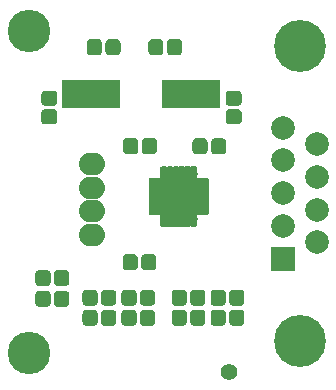
<source format=gts>
G04 #@! TF.GenerationSoftware,KiCad,Pcbnew,(5.1.2)-1*
G04 #@! TF.CreationDate,2024-07-03T21:07:46+09:00*
G04 #@! TF.ProjectId,IR,49522e6b-6963-4616-945f-706362585858,v1.3*
G04 #@! TF.SameCoordinates,Original*
G04 #@! TF.FileFunction,Soldermask,Top*
G04 #@! TF.FilePolarity,Negative*
%FSLAX46Y46*%
G04 Gerber Fmt 4.6, Leading zero omitted, Abs format (unit mm)*
G04 Created by KiCad (PCBNEW (5.1.2)-1) date 2024-07-03 21:07:46*
%MOMM*%
%LPD*%
G04 APERTURE LIST*
%ADD10C,1.400000*%
%ADD11C,0.050000*%
%ADD12C,0.650000*%
%ADD13C,3.000000*%
%ADD14C,1.275000*%
%ADD15C,3.600000*%
%ADD16O,2.200000X1.924000*%
%ADD17R,4.900000X2.400000*%
%ADD18R,2.000000X2.000000*%
%ADD19C,2.000000*%
%ADD20C,4.400000*%
G04 APERTURE END LIST*
D10*
X196770000Y-125640000D03*
D11*
G36*
X194963428Y-109175782D02*
G01*
X194979202Y-109178122D01*
X194994671Y-109181997D01*
X195009686Y-109187370D01*
X195024102Y-109194188D01*
X195037780Y-109202386D01*
X195050589Y-109211886D01*
X195062405Y-109222595D01*
X195073114Y-109234411D01*
X195082614Y-109247220D01*
X195090812Y-109260898D01*
X195097630Y-109275314D01*
X195103003Y-109290329D01*
X195106878Y-109305798D01*
X195109218Y-109321572D01*
X195110000Y-109337500D01*
X195110000Y-109662500D01*
X195109218Y-109678428D01*
X195106878Y-109694202D01*
X195103003Y-109709671D01*
X195097630Y-109724686D01*
X195090812Y-109739102D01*
X195082614Y-109752780D01*
X195073114Y-109765589D01*
X195062405Y-109777405D01*
X195050589Y-109788114D01*
X195037780Y-109797614D01*
X195024102Y-109805812D01*
X195009686Y-109812630D01*
X194994671Y-109818003D01*
X194979202Y-109821878D01*
X194963428Y-109824218D01*
X194947500Y-109825000D01*
X194047500Y-109825000D01*
X194031572Y-109824218D01*
X194015798Y-109821878D01*
X194000329Y-109818003D01*
X193985314Y-109812630D01*
X193970898Y-109805812D01*
X193957220Y-109797614D01*
X193944411Y-109788114D01*
X193932595Y-109777405D01*
X193921886Y-109765589D01*
X193912386Y-109752780D01*
X193904188Y-109739102D01*
X193897370Y-109724686D01*
X193891997Y-109709671D01*
X193888122Y-109694202D01*
X193885782Y-109678428D01*
X193885000Y-109662500D01*
X193885000Y-109337500D01*
X193885782Y-109321572D01*
X193888122Y-109305798D01*
X193891997Y-109290329D01*
X193897370Y-109275314D01*
X193904188Y-109260898D01*
X193912386Y-109247220D01*
X193921886Y-109234411D01*
X193932595Y-109222595D01*
X193944411Y-109211886D01*
X193957220Y-109202386D01*
X193970898Y-109194188D01*
X193985314Y-109187370D01*
X194000329Y-109181997D01*
X194015798Y-109178122D01*
X194031572Y-109175782D01*
X194047500Y-109175000D01*
X194947500Y-109175000D01*
X194963428Y-109175782D01*
X194963428Y-109175782D01*
G37*
D12*
X194497500Y-109500000D03*
D11*
G36*
X194963428Y-109675782D02*
G01*
X194979202Y-109678122D01*
X194994671Y-109681997D01*
X195009686Y-109687370D01*
X195024102Y-109694188D01*
X195037780Y-109702386D01*
X195050589Y-109711886D01*
X195062405Y-109722595D01*
X195073114Y-109734411D01*
X195082614Y-109747220D01*
X195090812Y-109760898D01*
X195097630Y-109775314D01*
X195103003Y-109790329D01*
X195106878Y-109805798D01*
X195109218Y-109821572D01*
X195110000Y-109837500D01*
X195110000Y-110162500D01*
X195109218Y-110178428D01*
X195106878Y-110194202D01*
X195103003Y-110209671D01*
X195097630Y-110224686D01*
X195090812Y-110239102D01*
X195082614Y-110252780D01*
X195073114Y-110265589D01*
X195062405Y-110277405D01*
X195050589Y-110288114D01*
X195037780Y-110297614D01*
X195024102Y-110305812D01*
X195009686Y-110312630D01*
X194994671Y-110318003D01*
X194979202Y-110321878D01*
X194963428Y-110324218D01*
X194947500Y-110325000D01*
X194047500Y-110325000D01*
X194031572Y-110324218D01*
X194015798Y-110321878D01*
X194000329Y-110318003D01*
X193985314Y-110312630D01*
X193970898Y-110305812D01*
X193957220Y-110297614D01*
X193944411Y-110288114D01*
X193932595Y-110277405D01*
X193921886Y-110265589D01*
X193912386Y-110252780D01*
X193904188Y-110239102D01*
X193897370Y-110224686D01*
X193891997Y-110209671D01*
X193888122Y-110194202D01*
X193885782Y-110178428D01*
X193885000Y-110162500D01*
X193885000Y-109837500D01*
X193885782Y-109821572D01*
X193888122Y-109805798D01*
X193891997Y-109790329D01*
X193897370Y-109775314D01*
X193904188Y-109760898D01*
X193912386Y-109747220D01*
X193921886Y-109734411D01*
X193932595Y-109722595D01*
X193944411Y-109711886D01*
X193957220Y-109702386D01*
X193970898Y-109694188D01*
X193985314Y-109687370D01*
X194000329Y-109681997D01*
X194015798Y-109678122D01*
X194031572Y-109675782D01*
X194047500Y-109675000D01*
X194947500Y-109675000D01*
X194963428Y-109675782D01*
X194963428Y-109675782D01*
G37*
D12*
X194497500Y-110000000D03*
D11*
G36*
X194963428Y-110175782D02*
G01*
X194979202Y-110178122D01*
X194994671Y-110181997D01*
X195009686Y-110187370D01*
X195024102Y-110194188D01*
X195037780Y-110202386D01*
X195050589Y-110211886D01*
X195062405Y-110222595D01*
X195073114Y-110234411D01*
X195082614Y-110247220D01*
X195090812Y-110260898D01*
X195097630Y-110275314D01*
X195103003Y-110290329D01*
X195106878Y-110305798D01*
X195109218Y-110321572D01*
X195110000Y-110337500D01*
X195110000Y-110662500D01*
X195109218Y-110678428D01*
X195106878Y-110694202D01*
X195103003Y-110709671D01*
X195097630Y-110724686D01*
X195090812Y-110739102D01*
X195082614Y-110752780D01*
X195073114Y-110765589D01*
X195062405Y-110777405D01*
X195050589Y-110788114D01*
X195037780Y-110797614D01*
X195024102Y-110805812D01*
X195009686Y-110812630D01*
X194994671Y-110818003D01*
X194979202Y-110821878D01*
X194963428Y-110824218D01*
X194947500Y-110825000D01*
X194047500Y-110825000D01*
X194031572Y-110824218D01*
X194015798Y-110821878D01*
X194000329Y-110818003D01*
X193985314Y-110812630D01*
X193970898Y-110805812D01*
X193957220Y-110797614D01*
X193944411Y-110788114D01*
X193932595Y-110777405D01*
X193921886Y-110765589D01*
X193912386Y-110752780D01*
X193904188Y-110739102D01*
X193897370Y-110724686D01*
X193891997Y-110709671D01*
X193888122Y-110694202D01*
X193885782Y-110678428D01*
X193885000Y-110662500D01*
X193885000Y-110337500D01*
X193885782Y-110321572D01*
X193888122Y-110305798D01*
X193891997Y-110290329D01*
X193897370Y-110275314D01*
X193904188Y-110260898D01*
X193912386Y-110247220D01*
X193921886Y-110234411D01*
X193932595Y-110222595D01*
X193944411Y-110211886D01*
X193957220Y-110202386D01*
X193970898Y-110194188D01*
X193985314Y-110187370D01*
X194000329Y-110181997D01*
X194015798Y-110178122D01*
X194031572Y-110175782D01*
X194047500Y-110175000D01*
X194947500Y-110175000D01*
X194963428Y-110175782D01*
X194963428Y-110175782D01*
G37*
D12*
X194497500Y-110500000D03*
D11*
G36*
X194963428Y-110675782D02*
G01*
X194979202Y-110678122D01*
X194994671Y-110681997D01*
X195009686Y-110687370D01*
X195024102Y-110694188D01*
X195037780Y-110702386D01*
X195050589Y-110711886D01*
X195062405Y-110722595D01*
X195073114Y-110734411D01*
X195082614Y-110747220D01*
X195090812Y-110760898D01*
X195097630Y-110775314D01*
X195103003Y-110790329D01*
X195106878Y-110805798D01*
X195109218Y-110821572D01*
X195110000Y-110837500D01*
X195110000Y-111162500D01*
X195109218Y-111178428D01*
X195106878Y-111194202D01*
X195103003Y-111209671D01*
X195097630Y-111224686D01*
X195090812Y-111239102D01*
X195082614Y-111252780D01*
X195073114Y-111265589D01*
X195062405Y-111277405D01*
X195050589Y-111288114D01*
X195037780Y-111297614D01*
X195024102Y-111305812D01*
X195009686Y-111312630D01*
X194994671Y-111318003D01*
X194979202Y-111321878D01*
X194963428Y-111324218D01*
X194947500Y-111325000D01*
X194047500Y-111325000D01*
X194031572Y-111324218D01*
X194015798Y-111321878D01*
X194000329Y-111318003D01*
X193985314Y-111312630D01*
X193970898Y-111305812D01*
X193957220Y-111297614D01*
X193944411Y-111288114D01*
X193932595Y-111277405D01*
X193921886Y-111265589D01*
X193912386Y-111252780D01*
X193904188Y-111239102D01*
X193897370Y-111224686D01*
X193891997Y-111209671D01*
X193888122Y-111194202D01*
X193885782Y-111178428D01*
X193885000Y-111162500D01*
X193885000Y-110837500D01*
X193885782Y-110821572D01*
X193888122Y-110805798D01*
X193891997Y-110790329D01*
X193897370Y-110775314D01*
X193904188Y-110760898D01*
X193912386Y-110747220D01*
X193921886Y-110734411D01*
X193932595Y-110722595D01*
X193944411Y-110711886D01*
X193957220Y-110702386D01*
X193970898Y-110694188D01*
X193985314Y-110687370D01*
X194000329Y-110681997D01*
X194015798Y-110678122D01*
X194031572Y-110675782D01*
X194047500Y-110675000D01*
X194947500Y-110675000D01*
X194963428Y-110675782D01*
X194963428Y-110675782D01*
G37*
D12*
X194497500Y-111000000D03*
D11*
G36*
X194963428Y-111175782D02*
G01*
X194979202Y-111178122D01*
X194994671Y-111181997D01*
X195009686Y-111187370D01*
X195024102Y-111194188D01*
X195037780Y-111202386D01*
X195050589Y-111211886D01*
X195062405Y-111222595D01*
X195073114Y-111234411D01*
X195082614Y-111247220D01*
X195090812Y-111260898D01*
X195097630Y-111275314D01*
X195103003Y-111290329D01*
X195106878Y-111305798D01*
X195109218Y-111321572D01*
X195110000Y-111337500D01*
X195110000Y-111662500D01*
X195109218Y-111678428D01*
X195106878Y-111694202D01*
X195103003Y-111709671D01*
X195097630Y-111724686D01*
X195090812Y-111739102D01*
X195082614Y-111752780D01*
X195073114Y-111765589D01*
X195062405Y-111777405D01*
X195050589Y-111788114D01*
X195037780Y-111797614D01*
X195024102Y-111805812D01*
X195009686Y-111812630D01*
X194994671Y-111818003D01*
X194979202Y-111821878D01*
X194963428Y-111824218D01*
X194947500Y-111825000D01*
X194047500Y-111825000D01*
X194031572Y-111824218D01*
X194015798Y-111821878D01*
X194000329Y-111818003D01*
X193985314Y-111812630D01*
X193970898Y-111805812D01*
X193957220Y-111797614D01*
X193944411Y-111788114D01*
X193932595Y-111777405D01*
X193921886Y-111765589D01*
X193912386Y-111752780D01*
X193904188Y-111739102D01*
X193897370Y-111724686D01*
X193891997Y-111709671D01*
X193888122Y-111694202D01*
X193885782Y-111678428D01*
X193885000Y-111662500D01*
X193885000Y-111337500D01*
X193885782Y-111321572D01*
X193888122Y-111305798D01*
X193891997Y-111290329D01*
X193897370Y-111275314D01*
X193904188Y-111260898D01*
X193912386Y-111247220D01*
X193921886Y-111234411D01*
X193932595Y-111222595D01*
X193944411Y-111211886D01*
X193957220Y-111202386D01*
X193970898Y-111194188D01*
X193985314Y-111187370D01*
X194000329Y-111181997D01*
X194015798Y-111178122D01*
X194031572Y-111175782D01*
X194047500Y-111175000D01*
X194947500Y-111175000D01*
X194963428Y-111175782D01*
X194963428Y-111175782D01*
G37*
D12*
X194497500Y-111500000D03*
D11*
G36*
X194963428Y-111675782D02*
G01*
X194979202Y-111678122D01*
X194994671Y-111681997D01*
X195009686Y-111687370D01*
X195024102Y-111694188D01*
X195037780Y-111702386D01*
X195050589Y-111711886D01*
X195062405Y-111722595D01*
X195073114Y-111734411D01*
X195082614Y-111747220D01*
X195090812Y-111760898D01*
X195097630Y-111775314D01*
X195103003Y-111790329D01*
X195106878Y-111805798D01*
X195109218Y-111821572D01*
X195110000Y-111837500D01*
X195110000Y-112162500D01*
X195109218Y-112178428D01*
X195106878Y-112194202D01*
X195103003Y-112209671D01*
X195097630Y-112224686D01*
X195090812Y-112239102D01*
X195082614Y-112252780D01*
X195073114Y-112265589D01*
X195062405Y-112277405D01*
X195050589Y-112288114D01*
X195037780Y-112297614D01*
X195024102Y-112305812D01*
X195009686Y-112312630D01*
X194994671Y-112318003D01*
X194979202Y-112321878D01*
X194963428Y-112324218D01*
X194947500Y-112325000D01*
X194047500Y-112325000D01*
X194031572Y-112324218D01*
X194015798Y-112321878D01*
X194000329Y-112318003D01*
X193985314Y-112312630D01*
X193970898Y-112305812D01*
X193957220Y-112297614D01*
X193944411Y-112288114D01*
X193932595Y-112277405D01*
X193921886Y-112265589D01*
X193912386Y-112252780D01*
X193904188Y-112239102D01*
X193897370Y-112224686D01*
X193891997Y-112209671D01*
X193888122Y-112194202D01*
X193885782Y-112178428D01*
X193885000Y-112162500D01*
X193885000Y-111837500D01*
X193885782Y-111821572D01*
X193888122Y-111805798D01*
X193891997Y-111790329D01*
X193897370Y-111775314D01*
X193904188Y-111760898D01*
X193912386Y-111747220D01*
X193921886Y-111734411D01*
X193932595Y-111722595D01*
X193944411Y-111711886D01*
X193957220Y-111702386D01*
X193970898Y-111694188D01*
X193985314Y-111687370D01*
X194000329Y-111681997D01*
X194015798Y-111678122D01*
X194031572Y-111675782D01*
X194047500Y-111675000D01*
X194947500Y-111675000D01*
X194963428Y-111675782D01*
X194963428Y-111675782D01*
G37*
D12*
X194497500Y-112000000D03*
D11*
G36*
X193988428Y-112075782D02*
G01*
X194004202Y-112078122D01*
X194019671Y-112081997D01*
X194034686Y-112087370D01*
X194049102Y-112094188D01*
X194062780Y-112102386D01*
X194075589Y-112111886D01*
X194087405Y-112122595D01*
X194098114Y-112134411D01*
X194107614Y-112147220D01*
X194115812Y-112160898D01*
X194122630Y-112175314D01*
X194128003Y-112190329D01*
X194131878Y-112205798D01*
X194134218Y-112221572D01*
X194135000Y-112237500D01*
X194135000Y-113137500D01*
X194134218Y-113153428D01*
X194131878Y-113169202D01*
X194128003Y-113184671D01*
X194122630Y-113199686D01*
X194115812Y-113214102D01*
X194107614Y-113227780D01*
X194098114Y-113240589D01*
X194087405Y-113252405D01*
X194075589Y-113263114D01*
X194062780Y-113272614D01*
X194049102Y-113280812D01*
X194034686Y-113287630D01*
X194019671Y-113293003D01*
X194004202Y-113296878D01*
X193988428Y-113299218D01*
X193972500Y-113300000D01*
X193647500Y-113300000D01*
X193631572Y-113299218D01*
X193615798Y-113296878D01*
X193600329Y-113293003D01*
X193585314Y-113287630D01*
X193570898Y-113280812D01*
X193557220Y-113272614D01*
X193544411Y-113263114D01*
X193532595Y-113252405D01*
X193521886Y-113240589D01*
X193512386Y-113227780D01*
X193504188Y-113214102D01*
X193497370Y-113199686D01*
X193491997Y-113184671D01*
X193488122Y-113169202D01*
X193485782Y-113153428D01*
X193485000Y-113137500D01*
X193485000Y-112237500D01*
X193485782Y-112221572D01*
X193488122Y-112205798D01*
X193491997Y-112190329D01*
X193497370Y-112175314D01*
X193504188Y-112160898D01*
X193512386Y-112147220D01*
X193521886Y-112134411D01*
X193532595Y-112122595D01*
X193544411Y-112111886D01*
X193557220Y-112102386D01*
X193570898Y-112094188D01*
X193585314Y-112087370D01*
X193600329Y-112081997D01*
X193615798Y-112078122D01*
X193631572Y-112075782D01*
X193647500Y-112075000D01*
X193972500Y-112075000D01*
X193988428Y-112075782D01*
X193988428Y-112075782D01*
G37*
D12*
X193810000Y-112687500D03*
D11*
G36*
X193488428Y-112075782D02*
G01*
X193504202Y-112078122D01*
X193519671Y-112081997D01*
X193534686Y-112087370D01*
X193549102Y-112094188D01*
X193562780Y-112102386D01*
X193575589Y-112111886D01*
X193587405Y-112122595D01*
X193598114Y-112134411D01*
X193607614Y-112147220D01*
X193615812Y-112160898D01*
X193622630Y-112175314D01*
X193628003Y-112190329D01*
X193631878Y-112205798D01*
X193634218Y-112221572D01*
X193635000Y-112237500D01*
X193635000Y-113137500D01*
X193634218Y-113153428D01*
X193631878Y-113169202D01*
X193628003Y-113184671D01*
X193622630Y-113199686D01*
X193615812Y-113214102D01*
X193607614Y-113227780D01*
X193598114Y-113240589D01*
X193587405Y-113252405D01*
X193575589Y-113263114D01*
X193562780Y-113272614D01*
X193549102Y-113280812D01*
X193534686Y-113287630D01*
X193519671Y-113293003D01*
X193504202Y-113296878D01*
X193488428Y-113299218D01*
X193472500Y-113300000D01*
X193147500Y-113300000D01*
X193131572Y-113299218D01*
X193115798Y-113296878D01*
X193100329Y-113293003D01*
X193085314Y-113287630D01*
X193070898Y-113280812D01*
X193057220Y-113272614D01*
X193044411Y-113263114D01*
X193032595Y-113252405D01*
X193021886Y-113240589D01*
X193012386Y-113227780D01*
X193004188Y-113214102D01*
X192997370Y-113199686D01*
X192991997Y-113184671D01*
X192988122Y-113169202D01*
X192985782Y-113153428D01*
X192985000Y-113137500D01*
X192985000Y-112237500D01*
X192985782Y-112221572D01*
X192988122Y-112205798D01*
X192991997Y-112190329D01*
X192997370Y-112175314D01*
X193004188Y-112160898D01*
X193012386Y-112147220D01*
X193021886Y-112134411D01*
X193032595Y-112122595D01*
X193044411Y-112111886D01*
X193057220Y-112102386D01*
X193070898Y-112094188D01*
X193085314Y-112087370D01*
X193100329Y-112081997D01*
X193115798Y-112078122D01*
X193131572Y-112075782D01*
X193147500Y-112075000D01*
X193472500Y-112075000D01*
X193488428Y-112075782D01*
X193488428Y-112075782D01*
G37*
D12*
X193310000Y-112687500D03*
D11*
G36*
X192988428Y-112075782D02*
G01*
X193004202Y-112078122D01*
X193019671Y-112081997D01*
X193034686Y-112087370D01*
X193049102Y-112094188D01*
X193062780Y-112102386D01*
X193075589Y-112111886D01*
X193087405Y-112122595D01*
X193098114Y-112134411D01*
X193107614Y-112147220D01*
X193115812Y-112160898D01*
X193122630Y-112175314D01*
X193128003Y-112190329D01*
X193131878Y-112205798D01*
X193134218Y-112221572D01*
X193135000Y-112237500D01*
X193135000Y-113137500D01*
X193134218Y-113153428D01*
X193131878Y-113169202D01*
X193128003Y-113184671D01*
X193122630Y-113199686D01*
X193115812Y-113214102D01*
X193107614Y-113227780D01*
X193098114Y-113240589D01*
X193087405Y-113252405D01*
X193075589Y-113263114D01*
X193062780Y-113272614D01*
X193049102Y-113280812D01*
X193034686Y-113287630D01*
X193019671Y-113293003D01*
X193004202Y-113296878D01*
X192988428Y-113299218D01*
X192972500Y-113300000D01*
X192647500Y-113300000D01*
X192631572Y-113299218D01*
X192615798Y-113296878D01*
X192600329Y-113293003D01*
X192585314Y-113287630D01*
X192570898Y-113280812D01*
X192557220Y-113272614D01*
X192544411Y-113263114D01*
X192532595Y-113252405D01*
X192521886Y-113240589D01*
X192512386Y-113227780D01*
X192504188Y-113214102D01*
X192497370Y-113199686D01*
X192491997Y-113184671D01*
X192488122Y-113169202D01*
X192485782Y-113153428D01*
X192485000Y-113137500D01*
X192485000Y-112237500D01*
X192485782Y-112221572D01*
X192488122Y-112205798D01*
X192491997Y-112190329D01*
X192497370Y-112175314D01*
X192504188Y-112160898D01*
X192512386Y-112147220D01*
X192521886Y-112134411D01*
X192532595Y-112122595D01*
X192544411Y-112111886D01*
X192557220Y-112102386D01*
X192570898Y-112094188D01*
X192585314Y-112087370D01*
X192600329Y-112081997D01*
X192615798Y-112078122D01*
X192631572Y-112075782D01*
X192647500Y-112075000D01*
X192972500Y-112075000D01*
X192988428Y-112075782D01*
X192988428Y-112075782D01*
G37*
D12*
X192810000Y-112687500D03*
D11*
G36*
X192488428Y-112075782D02*
G01*
X192504202Y-112078122D01*
X192519671Y-112081997D01*
X192534686Y-112087370D01*
X192549102Y-112094188D01*
X192562780Y-112102386D01*
X192575589Y-112111886D01*
X192587405Y-112122595D01*
X192598114Y-112134411D01*
X192607614Y-112147220D01*
X192615812Y-112160898D01*
X192622630Y-112175314D01*
X192628003Y-112190329D01*
X192631878Y-112205798D01*
X192634218Y-112221572D01*
X192635000Y-112237500D01*
X192635000Y-113137500D01*
X192634218Y-113153428D01*
X192631878Y-113169202D01*
X192628003Y-113184671D01*
X192622630Y-113199686D01*
X192615812Y-113214102D01*
X192607614Y-113227780D01*
X192598114Y-113240589D01*
X192587405Y-113252405D01*
X192575589Y-113263114D01*
X192562780Y-113272614D01*
X192549102Y-113280812D01*
X192534686Y-113287630D01*
X192519671Y-113293003D01*
X192504202Y-113296878D01*
X192488428Y-113299218D01*
X192472500Y-113300000D01*
X192147500Y-113300000D01*
X192131572Y-113299218D01*
X192115798Y-113296878D01*
X192100329Y-113293003D01*
X192085314Y-113287630D01*
X192070898Y-113280812D01*
X192057220Y-113272614D01*
X192044411Y-113263114D01*
X192032595Y-113252405D01*
X192021886Y-113240589D01*
X192012386Y-113227780D01*
X192004188Y-113214102D01*
X191997370Y-113199686D01*
X191991997Y-113184671D01*
X191988122Y-113169202D01*
X191985782Y-113153428D01*
X191985000Y-113137500D01*
X191985000Y-112237500D01*
X191985782Y-112221572D01*
X191988122Y-112205798D01*
X191991997Y-112190329D01*
X191997370Y-112175314D01*
X192004188Y-112160898D01*
X192012386Y-112147220D01*
X192021886Y-112134411D01*
X192032595Y-112122595D01*
X192044411Y-112111886D01*
X192057220Y-112102386D01*
X192070898Y-112094188D01*
X192085314Y-112087370D01*
X192100329Y-112081997D01*
X192115798Y-112078122D01*
X192131572Y-112075782D01*
X192147500Y-112075000D01*
X192472500Y-112075000D01*
X192488428Y-112075782D01*
X192488428Y-112075782D01*
G37*
D12*
X192310000Y-112687500D03*
D11*
G36*
X191988428Y-112075782D02*
G01*
X192004202Y-112078122D01*
X192019671Y-112081997D01*
X192034686Y-112087370D01*
X192049102Y-112094188D01*
X192062780Y-112102386D01*
X192075589Y-112111886D01*
X192087405Y-112122595D01*
X192098114Y-112134411D01*
X192107614Y-112147220D01*
X192115812Y-112160898D01*
X192122630Y-112175314D01*
X192128003Y-112190329D01*
X192131878Y-112205798D01*
X192134218Y-112221572D01*
X192135000Y-112237500D01*
X192135000Y-113137500D01*
X192134218Y-113153428D01*
X192131878Y-113169202D01*
X192128003Y-113184671D01*
X192122630Y-113199686D01*
X192115812Y-113214102D01*
X192107614Y-113227780D01*
X192098114Y-113240589D01*
X192087405Y-113252405D01*
X192075589Y-113263114D01*
X192062780Y-113272614D01*
X192049102Y-113280812D01*
X192034686Y-113287630D01*
X192019671Y-113293003D01*
X192004202Y-113296878D01*
X191988428Y-113299218D01*
X191972500Y-113300000D01*
X191647500Y-113300000D01*
X191631572Y-113299218D01*
X191615798Y-113296878D01*
X191600329Y-113293003D01*
X191585314Y-113287630D01*
X191570898Y-113280812D01*
X191557220Y-113272614D01*
X191544411Y-113263114D01*
X191532595Y-113252405D01*
X191521886Y-113240589D01*
X191512386Y-113227780D01*
X191504188Y-113214102D01*
X191497370Y-113199686D01*
X191491997Y-113184671D01*
X191488122Y-113169202D01*
X191485782Y-113153428D01*
X191485000Y-113137500D01*
X191485000Y-112237500D01*
X191485782Y-112221572D01*
X191488122Y-112205798D01*
X191491997Y-112190329D01*
X191497370Y-112175314D01*
X191504188Y-112160898D01*
X191512386Y-112147220D01*
X191521886Y-112134411D01*
X191532595Y-112122595D01*
X191544411Y-112111886D01*
X191557220Y-112102386D01*
X191570898Y-112094188D01*
X191585314Y-112087370D01*
X191600329Y-112081997D01*
X191615798Y-112078122D01*
X191631572Y-112075782D01*
X191647500Y-112075000D01*
X191972500Y-112075000D01*
X191988428Y-112075782D01*
X191988428Y-112075782D01*
G37*
D12*
X191810000Y-112687500D03*
D11*
G36*
X191488428Y-112075782D02*
G01*
X191504202Y-112078122D01*
X191519671Y-112081997D01*
X191534686Y-112087370D01*
X191549102Y-112094188D01*
X191562780Y-112102386D01*
X191575589Y-112111886D01*
X191587405Y-112122595D01*
X191598114Y-112134411D01*
X191607614Y-112147220D01*
X191615812Y-112160898D01*
X191622630Y-112175314D01*
X191628003Y-112190329D01*
X191631878Y-112205798D01*
X191634218Y-112221572D01*
X191635000Y-112237500D01*
X191635000Y-113137500D01*
X191634218Y-113153428D01*
X191631878Y-113169202D01*
X191628003Y-113184671D01*
X191622630Y-113199686D01*
X191615812Y-113214102D01*
X191607614Y-113227780D01*
X191598114Y-113240589D01*
X191587405Y-113252405D01*
X191575589Y-113263114D01*
X191562780Y-113272614D01*
X191549102Y-113280812D01*
X191534686Y-113287630D01*
X191519671Y-113293003D01*
X191504202Y-113296878D01*
X191488428Y-113299218D01*
X191472500Y-113300000D01*
X191147500Y-113300000D01*
X191131572Y-113299218D01*
X191115798Y-113296878D01*
X191100329Y-113293003D01*
X191085314Y-113287630D01*
X191070898Y-113280812D01*
X191057220Y-113272614D01*
X191044411Y-113263114D01*
X191032595Y-113252405D01*
X191021886Y-113240589D01*
X191012386Y-113227780D01*
X191004188Y-113214102D01*
X190997370Y-113199686D01*
X190991997Y-113184671D01*
X190988122Y-113169202D01*
X190985782Y-113153428D01*
X190985000Y-113137500D01*
X190985000Y-112237500D01*
X190985782Y-112221572D01*
X190988122Y-112205798D01*
X190991997Y-112190329D01*
X190997370Y-112175314D01*
X191004188Y-112160898D01*
X191012386Y-112147220D01*
X191021886Y-112134411D01*
X191032595Y-112122595D01*
X191044411Y-112111886D01*
X191057220Y-112102386D01*
X191070898Y-112094188D01*
X191085314Y-112087370D01*
X191100329Y-112081997D01*
X191115798Y-112078122D01*
X191131572Y-112075782D01*
X191147500Y-112075000D01*
X191472500Y-112075000D01*
X191488428Y-112075782D01*
X191488428Y-112075782D01*
G37*
D12*
X191310000Y-112687500D03*
D11*
G36*
X191088428Y-111675782D02*
G01*
X191104202Y-111678122D01*
X191119671Y-111681997D01*
X191134686Y-111687370D01*
X191149102Y-111694188D01*
X191162780Y-111702386D01*
X191175589Y-111711886D01*
X191187405Y-111722595D01*
X191198114Y-111734411D01*
X191207614Y-111747220D01*
X191215812Y-111760898D01*
X191222630Y-111775314D01*
X191228003Y-111790329D01*
X191231878Y-111805798D01*
X191234218Y-111821572D01*
X191235000Y-111837500D01*
X191235000Y-112162500D01*
X191234218Y-112178428D01*
X191231878Y-112194202D01*
X191228003Y-112209671D01*
X191222630Y-112224686D01*
X191215812Y-112239102D01*
X191207614Y-112252780D01*
X191198114Y-112265589D01*
X191187405Y-112277405D01*
X191175589Y-112288114D01*
X191162780Y-112297614D01*
X191149102Y-112305812D01*
X191134686Y-112312630D01*
X191119671Y-112318003D01*
X191104202Y-112321878D01*
X191088428Y-112324218D01*
X191072500Y-112325000D01*
X190172500Y-112325000D01*
X190156572Y-112324218D01*
X190140798Y-112321878D01*
X190125329Y-112318003D01*
X190110314Y-112312630D01*
X190095898Y-112305812D01*
X190082220Y-112297614D01*
X190069411Y-112288114D01*
X190057595Y-112277405D01*
X190046886Y-112265589D01*
X190037386Y-112252780D01*
X190029188Y-112239102D01*
X190022370Y-112224686D01*
X190016997Y-112209671D01*
X190013122Y-112194202D01*
X190010782Y-112178428D01*
X190010000Y-112162500D01*
X190010000Y-111837500D01*
X190010782Y-111821572D01*
X190013122Y-111805798D01*
X190016997Y-111790329D01*
X190022370Y-111775314D01*
X190029188Y-111760898D01*
X190037386Y-111747220D01*
X190046886Y-111734411D01*
X190057595Y-111722595D01*
X190069411Y-111711886D01*
X190082220Y-111702386D01*
X190095898Y-111694188D01*
X190110314Y-111687370D01*
X190125329Y-111681997D01*
X190140798Y-111678122D01*
X190156572Y-111675782D01*
X190172500Y-111675000D01*
X191072500Y-111675000D01*
X191088428Y-111675782D01*
X191088428Y-111675782D01*
G37*
D12*
X190622500Y-112000000D03*
D11*
G36*
X191088428Y-111175782D02*
G01*
X191104202Y-111178122D01*
X191119671Y-111181997D01*
X191134686Y-111187370D01*
X191149102Y-111194188D01*
X191162780Y-111202386D01*
X191175589Y-111211886D01*
X191187405Y-111222595D01*
X191198114Y-111234411D01*
X191207614Y-111247220D01*
X191215812Y-111260898D01*
X191222630Y-111275314D01*
X191228003Y-111290329D01*
X191231878Y-111305798D01*
X191234218Y-111321572D01*
X191235000Y-111337500D01*
X191235000Y-111662500D01*
X191234218Y-111678428D01*
X191231878Y-111694202D01*
X191228003Y-111709671D01*
X191222630Y-111724686D01*
X191215812Y-111739102D01*
X191207614Y-111752780D01*
X191198114Y-111765589D01*
X191187405Y-111777405D01*
X191175589Y-111788114D01*
X191162780Y-111797614D01*
X191149102Y-111805812D01*
X191134686Y-111812630D01*
X191119671Y-111818003D01*
X191104202Y-111821878D01*
X191088428Y-111824218D01*
X191072500Y-111825000D01*
X190172500Y-111825000D01*
X190156572Y-111824218D01*
X190140798Y-111821878D01*
X190125329Y-111818003D01*
X190110314Y-111812630D01*
X190095898Y-111805812D01*
X190082220Y-111797614D01*
X190069411Y-111788114D01*
X190057595Y-111777405D01*
X190046886Y-111765589D01*
X190037386Y-111752780D01*
X190029188Y-111739102D01*
X190022370Y-111724686D01*
X190016997Y-111709671D01*
X190013122Y-111694202D01*
X190010782Y-111678428D01*
X190010000Y-111662500D01*
X190010000Y-111337500D01*
X190010782Y-111321572D01*
X190013122Y-111305798D01*
X190016997Y-111290329D01*
X190022370Y-111275314D01*
X190029188Y-111260898D01*
X190037386Y-111247220D01*
X190046886Y-111234411D01*
X190057595Y-111222595D01*
X190069411Y-111211886D01*
X190082220Y-111202386D01*
X190095898Y-111194188D01*
X190110314Y-111187370D01*
X190125329Y-111181997D01*
X190140798Y-111178122D01*
X190156572Y-111175782D01*
X190172500Y-111175000D01*
X191072500Y-111175000D01*
X191088428Y-111175782D01*
X191088428Y-111175782D01*
G37*
D12*
X190622500Y-111500000D03*
D11*
G36*
X191088428Y-110675782D02*
G01*
X191104202Y-110678122D01*
X191119671Y-110681997D01*
X191134686Y-110687370D01*
X191149102Y-110694188D01*
X191162780Y-110702386D01*
X191175589Y-110711886D01*
X191187405Y-110722595D01*
X191198114Y-110734411D01*
X191207614Y-110747220D01*
X191215812Y-110760898D01*
X191222630Y-110775314D01*
X191228003Y-110790329D01*
X191231878Y-110805798D01*
X191234218Y-110821572D01*
X191235000Y-110837500D01*
X191235000Y-111162500D01*
X191234218Y-111178428D01*
X191231878Y-111194202D01*
X191228003Y-111209671D01*
X191222630Y-111224686D01*
X191215812Y-111239102D01*
X191207614Y-111252780D01*
X191198114Y-111265589D01*
X191187405Y-111277405D01*
X191175589Y-111288114D01*
X191162780Y-111297614D01*
X191149102Y-111305812D01*
X191134686Y-111312630D01*
X191119671Y-111318003D01*
X191104202Y-111321878D01*
X191088428Y-111324218D01*
X191072500Y-111325000D01*
X190172500Y-111325000D01*
X190156572Y-111324218D01*
X190140798Y-111321878D01*
X190125329Y-111318003D01*
X190110314Y-111312630D01*
X190095898Y-111305812D01*
X190082220Y-111297614D01*
X190069411Y-111288114D01*
X190057595Y-111277405D01*
X190046886Y-111265589D01*
X190037386Y-111252780D01*
X190029188Y-111239102D01*
X190022370Y-111224686D01*
X190016997Y-111209671D01*
X190013122Y-111194202D01*
X190010782Y-111178428D01*
X190010000Y-111162500D01*
X190010000Y-110837500D01*
X190010782Y-110821572D01*
X190013122Y-110805798D01*
X190016997Y-110790329D01*
X190022370Y-110775314D01*
X190029188Y-110760898D01*
X190037386Y-110747220D01*
X190046886Y-110734411D01*
X190057595Y-110722595D01*
X190069411Y-110711886D01*
X190082220Y-110702386D01*
X190095898Y-110694188D01*
X190110314Y-110687370D01*
X190125329Y-110681997D01*
X190140798Y-110678122D01*
X190156572Y-110675782D01*
X190172500Y-110675000D01*
X191072500Y-110675000D01*
X191088428Y-110675782D01*
X191088428Y-110675782D01*
G37*
D12*
X190622500Y-111000000D03*
D11*
G36*
X191088428Y-110175782D02*
G01*
X191104202Y-110178122D01*
X191119671Y-110181997D01*
X191134686Y-110187370D01*
X191149102Y-110194188D01*
X191162780Y-110202386D01*
X191175589Y-110211886D01*
X191187405Y-110222595D01*
X191198114Y-110234411D01*
X191207614Y-110247220D01*
X191215812Y-110260898D01*
X191222630Y-110275314D01*
X191228003Y-110290329D01*
X191231878Y-110305798D01*
X191234218Y-110321572D01*
X191235000Y-110337500D01*
X191235000Y-110662500D01*
X191234218Y-110678428D01*
X191231878Y-110694202D01*
X191228003Y-110709671D01*
X191222630Y-110724686D01*
X191215812Y-110739102D01*
X191207614Y-110752780D01*
X191198114Y-110765589D01*
X191187405Y-110777405D01*
X191175589Y-110788114D01*
X191162780Y-110797614D01*
X191149102Y-110805812D01*
X191134686Y-110812630D01*
X191119671Y-110818003D01*
X191104202Y-110821878D01*
X191088428Y-110824218D01*
X191072500Y-110825000D01*
X190172500Y-110825000D01*
X190156572Y-110824218D01*
X190140798Y-110821878D01*
X190125329Y-110818003D01*
X190110314Y-110812630D01*
X190095898Y-110805812D01*
X190082220Y-110797614D01*
X190069411Y-110788114D01*
X190057595Y-110777405D01*
X190046886Y-110765589D01*
X190037386Y-110752780D01*
X190029188Y-110739102D01*
X190022370Y-110724686D01*
X190016997Y-110709671D01*
X190013122Y-110694202D01*
X190010782Y-110678428D01*
X190010000Y-110662500D01*
X190010000Y-110337500D01*
X190010782Y-110321572D01*
X190013122Y-110305798D01*
X190016997Y-110290329D01*
X190022370Y-110275314D01*
X190029188Y-110260898D01*
X190037386Y-110247220D01*
X190046886Y-110234411D01*
X190057595Y-110222595D01*
X190069411Y-110211886D01*
X190082220Y-110202386D01*
X190095898Y-110194188D01*
X190110314Y-110187370D01*
X190125329Y-110181997D01*
X190140798Y-110178122D01*
X190156572Y-110175782D01*
X190172500Y-110175000D01*
X191072500Y-110175000D01*
X191088428Y-110175782D01*
X191088428Y-110175782D01*
G37*
D12*
X190622500Y-110500000D03*
D11*
G36*
X191088428Y-109675782D02*
G01*
X191104202Y-109678122D01*
X191119671Y-109681997D01*
X191134686Y-109687370D01*
X191149102Y-109694188D01*
X191162780Y-109702386D01*
X191175589Y-109711886D01*
X191187405Y-109722595D01*
X191198114Y-109734411D01*
X191207614Y-109747220D01*
X191215812Y-109760898D01*
X191222630Y-109775314D01*
X191228003Y-109790329D01*
X191231878Y-109805798D01*
X191234218Y-109821572D01*
X191235000Y-109837500D01*
X191235000Y-110162500D01*
X191234218Y-110178428D01*
X191231878Y-110194202D01*
X191228003Y-110209671D01*
X191222630Y-110224686D01*
X191215812Y-110239102D01*
X191207614Y-110252780D01*
X191198114Y-110265589D01*
X191187405Y-110277405D01*
X191175589Y-110288114D01*
X191162780Y-110297614D01*
X191149102Y-110305812D01*
X191134686Y-110312630D01*
X191119671Y-110318003D01*
X191104202Y-110321878D01*
X191088428Y-110324218D01*
X191072500Y-110325000D01*
X190172500Y-110325000D01*
X190156572Y-110324218D01*
X190140798Y-110321878D01*
X190125329Y-110318003D01*
X190110314Y-110312630D01*
X190095898Y-110305812D01*
X190082220Y-110297614D01*
X190069411Y-110288114D01*
X190057595Y-110277405D01*
X190046886Y-110265589D01*
X190037386Y-110252780D01*
X190029188Y-110239102D01*
X190022370Y-110224686D01*
X190016997Y-110209671D01*
X190013122Y-110194202D01*
X190010782Y-110178428D01*
X190010000Y-110162500D01*
X190010000Y-109837500D01*
X190010782Y-109821572D01*
X190013122Y-109805798D01*
X190016997Y-109790329D01*
X190022370Y-109775314D01*
X190029188Y-109760898D01*
X190037386Y-109747220D01*
X190046886Y-109734411D01*
X190057595Y-109722595D01*
X190069411Y-109711886D01*
X190082220Y-109702386D01*
X190095898Y-109694188D01*
X190110314Y-109687370D01*
X190125329Y-109681997D01*
X190140798Y-109678122D01*
X190156572Y-109675782D01*
X190172500Y-109675000D01*
X191072500Y-109675000D01*
X191088428Y-109675782D01*
X191088428Y-109675782D01*
G37*
D12*
X190622500Y-110000000D03*
D11*
G36*
X191088428Y-109175782D02*
G01*
X191104202Y-109178122D01*
X191119671Y-109181997D01*
X191134686Y-109187370D01*
X191149102Y-109194188D01*
X191162780Y-109202386D01*
X191175589Y-109211886D01*
X191187405Y-109222595D01*
X191198114Y-109234411D01*
X191207614Y-109247220D01*
X191215812Y-109260898D01*
X191222630Y-109275314D01*
X191228003Y-109290329D01*
X191231878Y-109305798D01*
X191234218Y-109321572D01*
X191235000Y-109337500D01*
X191235000Y-109662500D01*
X191234218Y-109678428D01*
X191231878Y-109694202D01*
X191228003Y-109709671D01*
X191222630Y-109724686D01*
X191215812Y-109739102D01*
X191207614Y-109752780D01*
X191198114Y-109765589D01*
X191187405Y-109777405D01*
X191175589Y-109788114D01*
X191162780Y-109797614D01*
X191149102Y-109805812D01*
X191134686Y-109812630D01*
X191119671Y-109818003D01*
X191104202Y-109821878D01*
X191088428Y-109824218D01*
X191072500Y-109825000D01*
X190172500Y-109825000D01*
X190156572Y-109824218D01*
X190140798Y-109821878D01*
X190125329Y-109818003D01*
X190110314Y-109812630D01*
X190095898Y-109805812D01*
X190082220Y-109797614D01*
X190069411Y-109788114D01*
X190057595Y-109777405D01*
X190046886Y-109765589D01*
X190037386Y-109752780D01*
X190029188Y-109739102D01*
X190022370Y-109724686D01*
X190016997Y-109709671D01*
X190013122Y-109694202D01*
X190010782Y-109678428D01*
X190010000Y-109662500D01*
X190010000Y-109337500D01*
X190010782Y-109321572D01*
X190013122Y-109305798D01*
X190016997Y-109290329D01*
X190022370Y-109275314D01*
X190029188Y-109260898D01*
X190037386Y-109247220D01*
X190046886Y-109234411D01*
X190057595Y-109222595D01*
X190069411Y-109211886D01*
X190082220Y-109202386D01*
X190095898Y-109194188D01*
X190110314Y-109187370D01*
X190125329Y-109181997D01*
X190140798Y-109178122D01*
X190156572Y-109175782D01*
X190172500Y-109175000D01*
X191072500Y-109175000D01*
X191088428Y-109175782D01*
X191088428Y-109175782D01*
G37*
D12*
X190622500Y-109500000D03*
D11*
G36*
X191488428Y-108200782D02*
G01*
X191504202Y-108203122D01*
X191519671Y-108206997D01*
X191534686Y-108212370D01*
X191549102Y-108219188D01*
X191562780Y-108227386D01*
X191575589Y-108236886D01*
X191587405Y-108247595D01*
X191598114Y-108259411D01*
X191607614Y-108272220D01*
X191615812Y-108285898D01*
X191622630Y-108300314D01*
X191628003Y-108315329D01*
X191631878Y-108330798D01*
X191634218Y-108346572D01*
X191635000Y-108362500D01*
X191635000Y-109262500D01*
X191634218Y-109278428D01*
X191631878Y-109294202D01*
X191628003Y-109309671D01*
X191622630Y-109324686D01*
X191615812Y-109339102D01*
X191607614Y-109352780D01*
X191598114Y-109365589D01*
X191587405Y-109377405D01*
X191575589Y-109388114D01*
X191562780Y-109397614D01*
X191549102Y-109405812D01*
X191534686Y-109412630D01*
X191519671Y-109418003D01*
X191504202Y-109421878D01*
X191488428Y-109424218D01*
X191472500Y-109425000D01*
X191147500Y-109425000D01*
X191131572Y-109424218D01*
X191115798Y-109421878D01*
X191100329Y-109418003D01*
X191085314Y-109412630D01*
X191070898Y-109405812D01*
X191057220Y-109397614D01*
X191044411Y-109388114D01*
X191032595Y-109377405D01*
X191021886Y-109365589D01*
X191012386Y-109352780D01*
X191004188Y-109339102D01*
X190997370Y-109324686D01*
X190991997Y-109309671D01*
X190988122Y-109294202D01*
X190985782Y-109278428D01*
X190985000Y-109262500D01*
X190985000Y-108362500D01*
X190985782Y-108346572D01*
X190988122Y-108330798D01*
X190991997Y-108315329D01*
X190997370Y-108300314D01*
X191004188Y-108285898D01*
X191012386Y-108272220D01*
X191021886Y-108259411D01*
X191032595Y-108247595D01*
X191044411Y-108236886D01*
X191057220Y-108227386D01*
X191070898Y-108219188D01*
X191085314Y-108212370D01*
X191100329Y-108206997D01*
X191115798Y-108203122D01*
X191131572Y-108200782D01*
X191147500Y-108200000D01*
X191472500Y-108200000D01*
X191488428Y-108200782D01*
X191488428Y-108200782D01*
G37*
D12*
X191310000Y-108812500D03*
D11*
G36*
X191988428Y-108200782D02*
G01*
X192004202Y-108203122D01*
X192019671Y-108206997D01*
X192034686Y-108212370D01*
X192049102Y-108219188D01*
X192062780Y-108227386D01*
X192075589Y-108236886D01*
X192087405Y-108247595D01*
X192098114Y-108259411D01*
X192107614Y-108272220D01*
X192115812Y-108285898D01*
X192122630Y-108300314D01*
X192128003Y-108315329D01*
X192131878Y-108330798D01*
X192134218Y-108346572D01*
X192135000Y-108362500D01*
X192135000Y-109262500D01*
X192134218Y-109278428D01*
X192131878Y-109294202D01*
X192128003Y-109309671D01*
X192122630Y-109324686D01*
X192115812Y-109339102D01*
X192107614Y-109352780D01*
X192098114Y-109365589D01*
X192087405Y-109377405D01*
X192075589Y-109388114D01*
X192062780Y-109397614D01*
X192049102Y-109405812D01*
X192034686Y-109412630D01*
X192019671Y-109418003D01*
X192004202Y-109421878D01*
X191988428Y-109424218D01*
X191972500Y-109425000D01*
X191647500Y-109425000D01*
X191631572Y-109424218D01*
X191615798Y-109421878D01*
X191600329Y-109418003D01*
X191585314Y-109412630D01*
X191570898Y-109405812D01*
X191557220Y-109397614D01*
X191544411Y-109388114D01*
X191532595Y-109377405D01*
X191521886Y-109365589D01*
X191512386Y-109352780D01*
X191504188Y-109339102D01*
X191497370Y-109324686D01*
X191491997Y-109309671D01*
X191488122Y-109294202D01*
X191485782Y-109278428D01*
X191485000Y-109262500D01*
X191485000Y-108362500D01*
X191485782Y-108346572D01*
X191488122Y-108330798D01*
X191491997Y-108315329D01*
X191497370Y-108300314D01*
X191504188Y-108285898D01*
X191512386Y-108272220D01*
X191521886Y-108259411D01*
X191532595Y-108247595D01*
X191544411Y-108236886D01*
X191557220Y-108227386D01*
X191570898Y-108219188D01*
X191585314Y-108212370D01*
X191600329Y-108206997D01*
X191615798Y-108203122D01*
X191631572Y-108200782D01*
X191647500Y-108200000D01*
X191972500Y-108200000D01*
X191988428Y-108200782D01*
X191988428Y-108200782D01*
G37*
D12*
X191810000Y-108812500D03*
D11*
G36*
X192488428Y-108200782D02*
G01*
X192504202Y-108203122D01*
X192519671Y-108206997D01*
X192534686Y-108212370D01*
X192549102Y-108219188D01*
X192562780Y-108227386D01*
X192575589Y-108236886D01*
X192587405Y-108247595D01*
X192598114Y-108259411D01*
X192607614Y-108272220D01*
X192615812Y-108285898D01*
X192622630Y-108300314D01*
X192628003Y-108315329D01*
X192631878Y-108330798D01*
X192634218Y-108346572D01*
X192635000Y-108362500D01*
X192635000Y-109262500D01*
X192634218Y-109278428D01*
X192631878Y-109294202D01*
X192628003Y-109309671D01*
X192622630Y-109324686D01*
X192615812Y-109339102D01*
X192607614Y-109352780D01*
X192598114Y-109365589D01*
X192587405Y-109377405D01*
X192575589Y-109388114D01*
X192562780Y-109397614D01*
X192549102Y-109405812D01*
X192534686Y-109412630D01*
X192519671Y-109418003D01*
X192504202Y-109421878D01*
X192488428Y-109424218D01*
X192472500Y-109425000D01*
X192147500Y-109425000D01*
X192131572Y-109424218D01*
X192115798Y-109421878D01*
X192100329Y-109418003D01*
X192085314Y-109412630D01*
X192070898Y-109405812D01*
X192057220Y-109397614D01*
X192044411Y-109388114D01*
X192032595Y-109377405D01*
X192021886Y-109365589D01*
X192012386Y-109352780D01*
X192004188Y-109339102D01*
X191997370Y-109324686D01*
X191991997Y-109309671D01*
X191988122Y-109294202D01*
X191985782Y-109278428D01*
X191985000Y-109262500D01*
X191985000Y-108362500D01*
X191985782Y-108346572D01*
X191988122Y-108330798D01*
X191991997Y-108315329D01*
X191997370Y-108300314D01*
X192004188Y-108285898D01*
X192012386Y-108272220D01*
X192021886Y-108259411D01*
X192032595Y-108247595D01*
X192044411Y-108236886D01*
X192057220Y-108227386D01*
X192070898Y-108219188D01*
X192085314Y-108212370D01*
X192100329Y-108206997D01*
X192115798Y-108203122D01*
X192131572Y-108200782D01*
X192147500Y-108200000D01*
X192472500Y-108200000D01*
X192488428Y-108200782D01*
X192488428Y-108200782D01*
G37*
D12*
X192310000Y-108812500D03*
D11*
G36*
X192988428Y-108200782D02*
G01*
X193004202Y-108203122D01*
X193019671Y-108206997D01*
X193034686Y-108212370D01*
X193049102Y-108219188D01*
X193062780Y-108227386D01*
X193075589Y-108236886D01*
X193087405Y-108247595D01*
X193098114Y-108259411D01*
X193107614Y-108272220D01*
X193115812Y-108285898D01*
X193122630Y-108300314D01*
X193128003Y-108315329D01*
X193131878Y-108330798D01*
X193134218Y-108346572D01*
X193135000Y-108362500D01*
X193135000Y-109262500D01*
X193134218Y-109278428D01*
X193131878Y-109294202D01*
X193128003Y-109309671D01*
X193122630Y-109324686D01*
X193115812Y-109339102D01*
X193107614Y-109352780D01*
X193098114Y-109365589D01*
X193087405Y-109377405D01*
X193075589Y-109388114D01*
X193062780Y-109397614D01*
X193049102Y-109405812D01*
X193034686Y-109412630D01*
X193019671Y-109418003D01*
X193004202Y-109421878D01*
X192988428Y-109424218D01*
X192972500Y-109425000D01*
X192647500Y-109425000D01*
X192631572Y-109424218D01*
X192615798Y-109421878D01*
X192600329Y-109418003D01*
X192585314Y-109412630D01*
X192570898Y-109405812D01*
X192557220Y-109397614D01*
X192544411Y-109388114D01*
X192532595Y-109377405D01*
X192521886Y-109365589D01*
X192512386Y-109352780D01*
X192504188Y-109339102D01*
X192497370Y-109324686D01*
X192491997Y-109309671D01*
X192488122Y-109294202D01*
X192485782Y-109278428D01*
X192485000Y-109262500D01*
X192485000Y-108362500D01*
X192485782Y-108346572D01*
X192488122Y-108330798D01*
X192491997Y-108315329D01*
X192497370Y-108300314D01*
X192504188Y-108285898D01*
X192512386Y-108272220D01*
X192521886Y-108259411D01*
X192532595Y-108247595D01*
X192544411Y-108236886D01*
X192557220Y-108227386D01*
X192570898Y-108219188D01*
X192585314Y-108212370D01*
X192600329Y-108206997D01*
X192615798Y-108203122D01*
X192631572Y-108200782D01*
X192647500Y-108200000D01*
X192972500Y-108200000D01*
X192988428Y-108200782D01*
X192988428Y-108200782D01*
G37*
D12*
X192810000Y-108812500D03*
D11*
G36*
X193488428Y-108200782D02*
G01*
X193504202Y-108203122D01*
X193519671Y-108206997D01*
X193534686Y-108212370D01*
X193549102Y-108219188D01*
X193562780Y-108227386D01*
X193575589Y-108236886D01*
X193587405Y-108247595D01*
X193598114Y-108259411D01*
X193607614Y-108272220D01*
X193615812Y-108285898D01*
X193622630Y-108300314D01*
X193628003Y-108315329D01*
X193631878Y-108330798D01*
X193634218Y-108346572D01*
X193635000Y-108362500D01*
X193635000Y-109262500D01*
X193634218Y-109278428D01*
X193631878Y-109294202D01*
X193628003Y-109309671D01*
X193622630Y-109324686D01*
X193615812Y-109339102D01*
X193607614Y-109352780D01*
X193598114Y-109365589D01*
X193587405Y-109377405D01*
X193575589Y-109388114D01*
X193562780Y-109397614D01*
X193549102Y-109405812D01*
X193534686Y-109412630D01*
X193519671Y-109418003D01*
X193504202Y-109421878D01*
X193488428Y-109424218D01*
X193472500Y-109425000D01*
X193147500Y-109425000D01*
X193131572Y-109424218D01*
X193115798Y-109421878D01*
X193100329Y-109418003D01*
X193085314Y-109412630D01*
X193070898Y-109405812D01*
X193057220Y-109397614D01*
X193044411Y-109388114D01*
X193032595Y-109377405D01*
X193021886Y-109365589D01*
X193012386Y-109352780D01*
X193004188Y-109339102D01*
X192997370Y-109324686D01*
X192991997Y-109309671D01*
X192988122Y-109294202D01*
X192985782Y-109278428D01*
X192985000Y-109262500D01*
X192985000Y-108362500D01*
X192985782Y-108346572D01*
X192988122Y-108330798D01*
X192991997Y-108315329D01*
X192997370Y-108300314D01*
X193004188Y-108285898D01*
X193012386Y-108272220D01*
X193021886Y-108259411D01*
X193032595Y-108247595D01*
X193044411Y-108236886D01*
X193057220Y-108227386D01*
X193070898Y-108219188D01*
X193085314Y-108212370D01*
X193100329Y-108206997D01*
X193115798Y-108203122D01*
X193131572Y-108200782D01*
X193147500Y-108200000D01*
X193472500Y-108200000D01*
X193488428Y-108200782D01*
X193488428Y-108200782D01*
G37*
D12*
X193310000Y-108812500D03*
D11*
G36*
X193988428Y-108200782D02*
G01*
X194004202Y-108203122D01*
X194019671Y-108206997D01*
X194034686Y-108212370D01*
X194049102Y-108219188D01*
X194062780Y-108227386D01*
X194075589Y-108236886D01*
X194087405Y-108247595D01*
X194098114Y-108259411D01*
X194107614Y-108272220D01*
X194115812Y-108285898D01*
X194122630Y-108300314D01*
X194128003Y-108315329D01*
X194131878Y-108330798D01*
X194134218Y-108346572D01*
X194135000Y-108362500D01*
X194135000Y-109262500D01*
X194134218Y-109278428D01*
X194131878Y-109294202D01*
X194128003Y-109309671D01*
X194122630Y-109324686D01*
X194115812Y-109339102D01*
X194107614Y-109352780D01*
X194098114Y-109365589D01*
X194087405Y-109377405D01*
X194075589Y-109388114D01*
X194062780Y-109397614D01*
X194049102Y-109405812D01*
X194034686Y-109412630D01*
X194019671Y-109418003D01*
X194004202Y-109421878D01*
X193988428Y-109424218D01*
X193972500Y-109425000D01*
X193647500Y-109425000D01*
X193631572Y-109424218D01*
X193615798Y-109421878D01*
X193600329Y-109418003D01*
X193585314Y-109412630D01*
X193570898Y-109405812D01*
X193557220Y-109397614D01*
X193544411Y-109388114D01*
X193532595Y-109377405D01*
X193521886Y-109365589D01*
X193512386Y-109352780D01*
X193504188Y-109339102D01*
X193497370Y-109324686D01*
X193491997Y-109309671D01*
X193488122Y-109294202D01*
X193485782Y-109278428D01*
X193485000Y-109262500D01*
X193485000Y-108362500D01*
X193485782Y-108346572D01*
X193488122Y-108330798D01*
X193491997Y-108315329D01*
X193497370Y-108300314D01*
X193504188Y-108285898D01*
X193512386Y-108272220D01*
X193521886Y-108259411D01*
X193532595Y-108247595D01*
X193544411Y-108236886D01*
X193557220Y-108227386D01*
X193570898Y-108219188D01*
X193585314Y-108212370D01*
X193600329Y-108206997D01*
X193615798Y-108203122D01*
X193631572Y-108200782D01*
X193647500Y-108200000D01*
X193972500Y-108200000D01*
X193988428Y-108200782D01*
X193988428Y-108200782D01*
G37*
D12*
X193810000Y-108812500D03*
D11*
G36*
X193799812Y-109251389D02*
G01*
X193827814Y-109255543D01*
X193855274Y-109262421D01*
X193881928Y-109271958D01*
X193907518Y-109284061D01*
X193931799Y-109298615D01*
X193954536Y-109315478D01*
X193975511Y-109334489D01*
X193994522Y-109355464D01*
X194011385Y-109378201D01*
X194025939Y-109402482D01*
X194038042Y-109428072D01*
X194047579Y-109454726D01*
X194054457Y-109482186D01*
X194058611Y-109510188D01*
X194060000Y-109538462D01*
X194060000Y-111961538D01*
X194058611Y-111989812D01*
X194054457Y-112017814D01*
X194047579Y-112045274D01*
X194038042Y-112071928D01*
X194025939Y-112097518D01*
X194011385Y-112121799D01*
X193994522Y-112144536D01*
X193975511Y-112165511D01*
X193954536Y-112184522D01*
X193931799Y-112201385D01*
X193907518Y-112215939D01*
X193881928Y-112228042D01*
X193855274Y-112237579D01*
X193827814Y-112244457D01*
X193799812Y-112248611D01*
X193771538Y-112250000D01*
X191348462Y-112250000D01*
X191320188Y-112248611D01*
X191292186Y-112244457D01*
X191264726Y-112237579D01*
X191238072Y-112228042D01*
X191212482Y-112215939D01*
X191188201Y-112201385D01*
X191165464Y-112184522D01*
X191144489Y-112165511D01*
X191125478Y-112144536D01*
X191108615Y-112121799D01*
X191094061Y-112097518D01*
X191081958Y-112071928D01*
X191072421Y-112045274D01*
X191065543Y-112017814D01*
X191061389Y-111989812D01*
X191060000Y-111961538D01*
X191060000Y-109538462D01*
X191061389Y-109510188D01*
X191065543Y-109482186D01*
X191072421Y-109454726D01*
X191081958Y-109428072D01*
X191094061Y-109402482D01*
X191108615Y-109378201D01*
X191125478Y-109355464D01*
X191144489Y-109334489D01*
X191165464Y-109315478D01*
X191188201Y-109298615D01*
X191212482Y-109284061D01*
X191238072Y-109271958D01*
X191264726Y-109262421D01*
X191292186Y-109255543D01*
X191320188Y-109251389D01*
X191348462Y-109250000D01*
X193771538Y-109250000D01*
X193799812Y-109251389D01*
X193799812Y-109251389D01*
G37*
D13*
X192560000Y-110750000D03*
D11*
G36*
X190357493Y-115636535D02*
G01*
X190388435Y-115641125D01*
X190418778Y-115648725D01*
X190448230Y-115659263D01*
X190476508Y-115672638D01*
X190503338Y-115688719D01*
X190528463Y-115707353D01*
X190551640Y-115728360D01*
X190572647Y-115751537D01*
X190591281Y-115776662D01*
X190607362Y-115803492D01*
X190620737Y-115831770D01*
X190631275Y-115861222D01*
X190638875Y-115891565D01*
X190643465Y-115922507D01*
X190645000Y-115953750D01*
X190645000Y-116666250D01*
X190643465Y-116697493D01*
X190638875Y-116728435D01*
X190631275Y-116758778D01*
X190620737Y-116788230D01*
X190607362Y-116816508D01*
X190591281Y-116843338D01*
X190572647Y-116868463D01*
X190551640Y-116891640D01*
X190528463Y-116912647D01*
X190503338Y-116931281D01*
X190476508Y-116947362D01*
X190448230Y-116960737D01*
X190418778Y-116971275D01*
X190388435Y-116978875D01*
X190357493Y-116983465D01*
X190326250Y-116985000D01*
X189688750Y-116985000D01*
X189657507Y-116983465D01*
X189626565Y-116978875D01*
X189596222Y-116971275D01*
X189566770Y-116960737D01*
X189538492Y-116947362D01*
X189511662Y-116931281D01*
X189486537Y-116912647D01*
X189463360Y-116891640D01*
X189442353Y-116868463D01*
X189423719Y-116843338D01*
X189407638Y-116816508D01*
X189394263Y-116788230D01*
X189383725Y-116758778D01*
X189376125Y-116728435D01*
X189371535Y-116697493D01*
X189370000Y-116666250D01*
X189370000Y-115953750D01*
X189371535Y-115922507D01*
X189376125Y-115891565D01*
X189383725Y-115861222D01*
X189394263Y-115831770D01*
X189407638Y-115803492D01*
X189423719Y-115776662D01*
X189442353Y-115751537D01*
X189463360Y-115728360D01*
X189486537Y-115707353D01*
X189511662Y-115688719D01*
X189538492Y-115672638D01*
X189566770Y-115659263D01*
X189596222Y-115648725D01*
X189626565Y-115641125D01*
X189657507Y-115636535D01*
X189688750Y-115635000D01*
X190326250Y-115635000D01*
X190357493Y-115636535D01*
X190357493Y-115636535D01*
G37*
D14*
X190007500Y-116310000D03*
D11*
G36*
X188782493Y-115636535D02*
G01*
X188813435Y-115641125D01*
X188843778Y-115648725D01*
X188873230Y-115659263D01*
X188901508Y-115672638D01*
X188928338Y-115688719D01*
X188953463Y-115707353D01*
X188976640Y-115728360D01*
X188997647Y-115751537D01*
X189016281Y-115776662D01*
X189032362Y-115803492D01*
X189045737Y-115831770D01*
X189056275Y-115861222D01*
X189063875Y-115891565D01*
X189068465Y-115922507D01*
X189070000Y-115953750D01*
X189070000Y-116666250D01*
X189068465Y-116697493D01*
X189063875Y-116728435D01*
X189056275Y-116758778D01*
X189045737Y-116788230D01*
X189032362Y-116816508D01*
X189016281Y-116843338D01*
X188997647Y-116868463D01*
X188976640Y-116891640D01*
X188953463Y-116912647D01*
X188928338Y-116931281D01*
X188901508Y-116947362D01*
X188873230Y-116960737D01*
X188843778Y-116971275D01*
X188813435Y-116978875D01*
X188782493Y-116983465D01*
X188751250Y-116985000D01*
X188113750Y-116985000D01*
X188082507Y-116983465D01*
X188051565Y-116978875D01*
X188021222Y-116971275D01*
X187991770Y-116960737D01*
X187963492Y-116947362D01*
X187936662Y-116931281D01*
X187911537Y-116912647D01*
X187888360Y-116891640D01*
X187867353Y-116868463D01*
X187848719Y-116843338D01*
X187832638Y-116816508D01*
X187819263Y-116788230D01*
X187808725Y-116758778D01*
X187801125Y-116728435D01*
X187796535Y-116697493D01*
X187795000Y-116666250D01*
X187795000Y-115953750D01*
X187796535Y-115922507D01*
X187801125Y-115891565D01*
X187808725Y-115861222D01*
X187819263Y-115831770D01*
X187832638Y-115803492D01*
X187848719Y-115776662D01*
X187867353Y-115751537D01*
X187888360Y-115728360D01*
X187911537Y-115707353D01*
X187936662Y-115688719D01*
X187963492Y-115672638D01*
X187991770Y-115659263D01*
X188021222Y-115648725D01*
X188051565Y-115641125D01*
X188082507Y-115636535D01*
X188113750Y-115635000D01*
X188751250Y-115635000D01*
X188782493Y-115636535D01*
X188782493Y-115636535D01*
G37*
D14*
X188432500Y-116310000D03*
D11*
G36*
X188834493Y-105796535D02*
G01*
X188865435Y-105801125D01*
X188895778Y-105808725D01*
X188925230Y-105819263D01*
X188953508Y-105832638D01*
X188980338Y-105848719D01*
X189005463Y-105867353D01*
X189028640Y-105888360D01*
X189049647Y-105911537D01*
X189068281Y-105936662D01*
X189084362Y-105963492D01*
X189097737Y-105991770D01*
X189108275Y-106021222D01*
X189115875Y-106051565D01*
X189120465Y-106082507D01*
X189122000Y-106113750D01*
X189122000Y-106826250D01*
X189120465Y-106857493D01*
X189115875Y-106888435D01*
X189108275Y-106918778D01*
X189097737Y-106948230D01*
X189084362Y-106976508D01*
X189068281Y-107003338D01*
X189049647Y-107028463D01*
X189028640Y-107051640D01*
X189005463Y-107072647D01*
X188980338Y-107091281D01*
X188953508Y-107107362D01*
X188925230Y-107120737D01*
X188895778Y-107131275D01*
X188865435Y-107138875D01*
X188834493Y-107143465D01*
X188803250Y-107145000D01*
X188165750Y-107145000D01*
X188134507Y-107143465D01*
X188103565Y-107138875D01*
X188073222Y-107131275D01*
X188043770Y-107120737D01*
X188015492Y-107107362D01*
X187988662Y-107091281D01*
X187963537Y-107072647D01*
X187940360Y-107051640D01*
X187919353Y-107028463D01*
X187900719Y-107003338D01*
X187884638Y-106976508D01*
X187871263Y-106948230D01*
X187860725Y-106918778D01*
X187853125Y-106888435D01*
X187848535Y-106857493D01*
X187847000Y-106826250D01*
X187847000Y-106113750D01*
X187848535Y-106082507D01*
X187853125Y-106051565D01*
X187860725Y-106021222D01*
X187871263Y-105991770D01*
X187884638Y-105963492D01*
X187900719Y-105936662D01*
X187919353Y-105911537D01*
X187940360Y-105888360D01*
X187963537Y-105867353D01*
X187988662Y-105848719D01*
X188015492Y-105832638D01*
X188043770Y-105819263D01*
X188073222Y-105808725D01*
X188103565Y-105801125D01*
X188134507Y-105796535D01*
X188165750Y-105795000D01*
X188803250Y-105795000D01*
X188834493Y-105796535D01*
X188834493Y-105796535D01*
G37*
D14*
X188484500Y-106470000D03*
D11*
G36*
X190409493Y-105796535D02*
G01*
X190440435Y-105801125D01*
X190470778Y-105808725D01*
X190500230Y-105819263D01*
X190528508Y-105832638D01*
X190555338Y-105848719D01*
X190580463Y-105867353D01*
X190603640Y-105888360D01*
X190624647Y-105911537D01*
X190643281Y-105936662D01*
X190659362Y-105963492D01*
X190672737Y-105991770D01*
X190683275Y-106021222D01*
X190690875Y-106051565D01*
X190695465Y-106082507D01*
X190697000Y-106113750D01*
X190697000Y-106826250D01*
X190695465Y-106857493D01*
X190690875Y-106888435D01*
X190683275Y-106918778D01*
X190672737Y-106948230D01*
X190659362Y-106976508D01*
X190643281Y-107003338D01*
X190624647Y-107028463D01*
X190603640Y-107051640D01*
X190580463Y-107072647D01*
X190555338Y-107091281D01*
X190528508Y-107107362D01*
X190500230Y-107120737D01*
X190470778Y-107131275D01*
X190440435Y-107138875D01*
X190409493Y-107143465D01*
X190378250Y-107145000D01*
X189740750Y-107145000D01*
X189709507Y-107143465D01*
X189678565Y-107138875D01*
X189648222Y-107131275D01*
X189618770Y-107120737D01*
X189590492Y-107107362D01*
X189563662Y-107091281D01*
X189538537Y-107072647D01*
X189515360Y-107051640D01*
X189494353Y-107028463D01*
X189475719Y-107003338D01*
X189459638Y-106976508D01*
X189446263Y-106948230D01*
X189435725Y-106918778D01*
X189428125Y-106888435D01*
X189423535Y-106857493D01*
X189422000Y-106826250D01*
X189422000Y-106113750D01*
X189423535Y-106082507D01*
X189428125Y-106051565D01*
X189435725Y-106021222D01*
X189446263Y-105991770D01*
X189459638Y-105963492D01*
X189475719Y-105936662D01*
X189494353Y-105911537D01*
X189515360Y-105888360D01*
X189538537Y-105867353D01*
X189563662Y-105848719D01*
X189590492Y-105832638D01*
X189618770Y-105819263D01*
X189648222Y-105808725D01*
X189678565Y-105801125D01*
X189709507Y-105796535D01*
X189740750Y-105795000D01*
X190378250Y-105795000D01*
X190409493Y-105796535D01*
X190409493Y-105796535D01*
G37*
D14*
X190059500Y-106470000D03*
D15*
X179900000Y-124000000D03*
X179900000Y-96700000D03*
D16*
X185200000Y-114000000D03*
X185200000Y-112000000D03*
X185200000Y-110000000D03*
X185200000Y-108000000D03*
D11*
G36*
X197587493Y-101788535D02*
G01*
X197618435Y-101793125D01*
X197648778Y-101800725D01*
X197678230Y-101811263D01*
X197706508Y-101824638D01*
X197733338Y-101840719D01*
X197758463Y-101859353D01*
X197781640Y-101880360D01*
X197802647Y-101903537D01*
X197821281Y-101928662D01*
X197837362Y-101955492D01*
X197850737Y-101983770D01*
X197861275Y-102013222D01*
X197868875Y-102043565D01*
X197873465Y-102074507D01*
X197875000Y-102105750D01*
X197875000Y-102743250D01*
X197873465Y-102774493D01*
X197868875Y-102805435D01*
X197861275Y-102835778D01*
X197850737Y-102865230D01*
X197837362Y-102893508D01*
X197821281Y-102920338D01*
X197802647Y-102945463D01*
X197781640Y-102968640D01*
X197758463Y-102989647D01*
X197733338Y-103008281D01*
X197706508Y-103024362D01*
X197678230Y-103037737D01*
X197648778Y-103048275D01*
X197618435Y-103055875D01*
X197587493Y-103060465D01*
X197556250Y-103062000D01*
X196843750Y-103062000D01*
X196812507Y-103060465D01*
X196781565Y-103055875D01*
X196751222Y-103048275D01*
X196721770Y-103037737D01*
X196693492Y-103024362D01*
X196666662Y-103008281D01*
X196641537Y-102989647D01*
X196618360Y-102968640D01*
X196597353Y-102945463D01*
X196578719Y-102920338D01*
X196562638Y-102893508D01*
X196549263Y-102865230D01*
X196538725Y-102835778D01*
X196531125Y-102805435D01*
X196526535Y-102774493D01*
X196525000Y-102743250D01*
X196525000Y-102105750D01*
X196526535Y-102074507D01*
X196531125Y-102043565D01*
X196538725Y-102013222D01*
X196549263Y-101983770D01*
X196562638Y-101955492D01*
X196578719Y-101928662D01*
X196597353Y-101903537D01*
X196618360Y-101880360D01*
X196641537Y-101859353D01*
X196666662Y-101840719D01*
X196693492Y-101824638D01*
X196721770Y-101811263D01*
X196751222Y-101800725D01*
X196781565Y-101793125D01*
X196812507Y-101788535D01*
X196843750Y-101787000D01*
X197556250Y-101787000D01*
X197587493Y-101788535D01*
X197587493Y-101788535D01*
G37*
D14*
X197200000Y-102424500D03*
D11*
G36*
X197587493Y-103363535D02*
G01*
X197618435Y-103368125D01*
X197648778Y-103375725D01*
X197678230Y-103386263D01*
X197706508Y-103399638D01*
X197733338Y-103415719D01*
X197758463Y-103434353D01*
X197781640Y-103455360D01*
X197802647Y-103478537D01*
X197821281Y-103503662D01*
X197837362Y-103530492D01*
X197850737Y-103558770D01*
X197861275Y-103588222D01*
X197868875Y-103618565D01*
X197873465Y-103649507D01*
X197875000Y-103680750D01*
X197875000Y-104318250D01*
X197873465Y-104349493D01*
X197868875Y-104380435D01*
X197861275Y-104410778D01*
X197850737Y-104440230D01*
X197837362Y-104468508D01*
X197821281Y-104495338D01*
X197802647Y-104520463D01*
X197781640Y-104543640D01*
X197758463Y-104564647D01*
X197733338Y-104583281D01*
X197706508Y-104599362D01*
X197678230Y-104612737D01*
X197648778Y-104623275D01*
X197618435Y-104630875D01*
X197587493Y-104635465D01*
X197556250Y-104637000D01*
X196843750Y-104637000D01*
X196812507Y-104635465D01*
X196781565Y-104630875D01*
X196751222Y-104623275D01*
X196721770Y-104612737D01*
X196693492Y-104599362D01*
X196666662Y-104583281D01*
X196641537Y-104564647D01*
X196618360Y-104543640D01*
X196597353Y-104520463D01*
X196578719Y-104495338D01*
X196562638Y-104468508D01*
X196549263Y-104440230D01*
X196538725Y-104410778D01*
X196531125Y-104380435D01*
X196526535Y-104349493D01*
X196525000Y-104318250D01*
X196525000Y-103680750D01*
X196526535Y-103649507D01*
X196531125Y-103618565D01*
X196538725Y-103588222D01*
X196549263Y-103558770D01*
X196562638Y-103530492D01*
X196578719Y-103503662D01*
X196597353Y-103478537D01*
X196618360Y-103455360D01*
X196641537Y-103434353D01*
X196666662Y-103415719D01*
X196693492Y-103399638D01*
X196721770Y-103386263D01*
X196751222Y-103375725D01*
X196781565Y-103368125D01*
X196812507Y-103363535D01*
X196843750Y-103362000D01*
X197556250Y-103362000D01*
X197587493Y-103363535D01*
X197587493Y-103363535D01*
G37*
D14*
X197200000Y-103999500D03*
D11*
G36*
X181987493Y-103363535D02*
G01*
X182018435Y-103368125D01*
X182048778Y-103375725D01*
X182078230Y-103386263D01*
X182106508Y-103399638D01*
X182133338Y-103415719D01*
X182158463Y-103434353D01*
X182181640Y-103455360D01*
X182202647Y-103478537D01*
X182221281Y-103503662D01*
X182237362Y-103530492D01*
X182250737Y-103558770D01*
X182261275Y-103588222D01*
X182268875Y-103618565D01*
X182273465Y-103649507D01*
X182275000Y-103680750D01*
X182275000Y-104318250D01*
X182273465Y-104349493D01*
X182268875Y-104380435D01*
X182261275Y-104410778D01*
X182250737Y-104440230D01*
X182237362Y-104468508D01*
X182221281Y-104495338D01*
X182202647Y-104520463D01*
X182181640Y-104543640D01*
X182158463Y-104564647D01*
X182133338Y-104583281D01*
X182106508Y-104599362D01*
X182078230Y-104612737D01*
X182048778Y-104623275D01*
X182018435Y-104630875D01*
X181987493Y-104635465D01*
X181956250Y-104637000D01*
X181243750Y-104637000D01*
X181212507Y-104635465D01*
X181181565Y-104630875D01*
X181151222Y-104623275D01*
X181121770Y-104612737D01*
X181093492Y-104599362D01*
X181066662Y-104583281D01*
X181041537Y-104564647D01*
X181018360Y-104543640D01*
X180997353Y-104520463D01*
X180978719Y-104495338D01*
X180962638Y-104468508D01*
X180949263Y-104440230D01*
X180938725Y-104410778D01*
X180931125Y-104380435D01*
X180926535Y-104349493D01*
X180925000Y-104318250D01*
X180925000Y-103680750D01*
X180926535Y-103649507D01*
X180931125Y-103618565D01*
X180938725Y-103588222D01*
X180949263Y-103558770D01*
X180962638Y-103530492D01*
X180978719Y-103503662D01*
X180997353Y-103478537D01*
X181018360Y-103455360D01*
X181041537Y-103434353D01*
X181066662Y-103415719D01*
X181093492Y-103399638D01*
X181121770Y-103386263D01*
X181151222Y-103375725D01*
X181181565Y-103368125D01*
X181212507Y-103363535D01*
X181243750Y-103362000D01*
X181956250Y-103362000D01*
X181987493Y-103363535D01*
X181987493Y-103363535D01*
G37*
D14*
X181600000Y-103999500D03*
D11*
G36*
X181987493Y-101788535D02*
G01*
X182018435Y-101793125D01*
X182048778Y-101800725D01*
X182078230Y-101811263D01*
X182106508Y-101824638D01*
X182133338Y-101840719D01*
X182158463Y-101859353D01*
X182181640Y-101880360D01*
X182202647Y-101903537D01*
X182221281Y-101928662D01*
X182237362Y-101955492D01*
X182250737Y-101983770D01*
X182261275Y-102013222D01*
X182268875Y-102043565D01*
X182273465Y-102074507D01*
X182275000Y-102105750D01*
X182275000Y-102743250D01*
X182273465Y-102774493D01*
X182268875Y-102805435D01*
X182261275Y-102835778D01*
X182250737Y-102865230D01*
X182237362Y-102893508D01*
X182221281Y-102920338D01*
X182202647Y-102945463D01*
X182181640Y-102968640D01*
X182158463Y-102989647D01*
X182133338Y-103008281D01*
X182106508Y-103024362D01*
X182078230Y-103037737D01*
X182048778Y-103048275D01*
X182018435Y-103055875D01*
X181987493Y-103060465D01*
X181956250Y-103062000D01*
X181243750Y-103062000D01*
X181212507Y-103060465D01*
X181181565Y-103055875D01*
X181151222Y-103048275D01*
X181121770Y-103037737D01*
X181093492Y-103024362D01*
X181066662Y-103008281D01*
X181041537Y-102989647D01*
X181018360Y-102968640D01*
X180997353Y-102945463D01*
X180978719Y-102920338D01*
X180962638Y-102893508D01*
X180949263Y-102865230D01*
X180938725Y-102835778D01*
X180931125Y-102805435D01*
X180926535Y-102774493D01*
X180925000Y-102743250D01*
X180925000Y-102105750D01*
X180926535Y-102074507D01*
X180931125Y-102043565D01*
X180938725Y-102013222D01*
X180949263Y-101983770D01*
X180962638Y-101955492D01*
X180978719Y-101928662D01*
X180997353Y-101903537D01*
X181018360Y-101880360D01*
X181041537Y-101859353D01*
X181066662Y-101840719D01*
X181093492Y-101824638D01*
X181121770Y-101811263D01*
X181151222Y-101800725D01*
X181181565Y-101793125D01*
X181212507Y-101788535D01*
X181243750Y-101787000D01*
X181956250Y-101787000D01*
X181987493Y-101788535D01*
X181987493Y-101788535D01*
G37*
D14*
X181600000Y-102424500D03*
D11*
G36*
X187337493Y-97426535D02*
G01*
X187368435Y-97431125D01*
X187398778Y-97438725D01*
X187428230Y-97449263D01*
X187456508Y-97462638D01*
X187483338Y-97478719D01*
X187508463Y-97497353D01*
X187531640Y-97518360D01*
X187552647Y-97541537D01*
X187571281Y-97566662D01*
X187587362Y-97593492D01*
X187600737Y-97621770D01*
X187611275Y-97651222D01*
X187618875Y-97681565D01*
X187623465Y-97712507D01*
X187625000Y-97743750D01*
X187625000Y-98456250D01*
X187623465Y-98487493D01*
X187618875Y-98518435D01*
X187611275Y-98548778D01*
X187600737Y-98578230D01*
X187587362Y-98606508D01*
X187571281Y-98633338D01*
X187552647Y-98658463D01*
X187531640Y-98681640D01*
X187508463Y-98702647D01*
X187483338Y-98721281D01*
X187456508Y-98737362D01*
X187428230Y-98750737D01*
X187398778Y-98761275D01*
X187368435Y-98768875D01*
X187337493Y-98773465D01*
X187306250Y-98775000D01*
X186668750Y-98775000D01*
X186637507Y-98773465D01*
X186606565Y-98768875D01*
X186576222Y-98761275D01*
X186546770Y-98750737D01*
X186518492Y-98737362D01*
X186491662Y-98721281D01*
X186466537Y-98702647D01*
X186443360Y-98681640D01*
X186422353Y-98658463D01*
X186403719Y-98633338D01*
X186387638Y-98606508D01*
X186374263Y-98578230D01*
X186363725Y-98548778D01*
X186356125Y-98518435D01*
X186351535Y-98487493D01*
X186350000Y-98456250D01*
X186350000Y-97743750D01*
X186351535Y-97712507D01*
X186356125Y-97681565D01*
X186363725Y-97651222D01*
X186374263Y-97621770D01*
X186387638Y-97593492D01*
X186403719Y-97566662D01*
X186422353Y-97541537D01*
X186443360Y-97518360D01*
X186466537Y-97497353D01*
X186491662Y-97478719D01*
X186518492Y-97462638D01*
X186546770Y-97449263D01*
X186576222Y-97438725D01*
X186606565Y-97431125D01*
X186637507Y-97426535D01*
X186668750Y-97425000D01*
X187306250Y-97425000D01*
X187337493Y-97426535D01*
X187337493Y-97426535D01*
G37*
D14*
X186987500Y-98100000D03*
D11*
G36*
X185762493Y-97426535D02*
G01*
X185793435Y-97431125D01*
X185823778Y-97438725D01*
X185853230Y-97449263D01*
X185881508Y-97462638D01*
X185908338Y-97478719D01*
X185933463Y-97497353D01*
X185956640Y-97518360D01*
X185977647Y-97541537D01*
X185996281Y-97566662D01*
X186012362Y-97593492D01*
X186025737Y-97621770D01*
X186036275Y-97651222D01*
X186043875Y-97681565D01*
X186048465Y-97712507D01*
X186050000Y-97743750D01*
X186050000Y-98456250D01*
X186048465Y-98487493D01*
X186043875Y-98518435D01*
X186036275Y-98548778D01*
X186025737Y-98578230D01*
X186012362Y-98606508D01*
X185996281Y-98633338D01*
X185977647Y-98658463D01*
X185956640Y-98681640D01*
X185933463Y-98702647D01*
X185908338Y-98721281D01*
X185881508Y-98737362D01*
X185853230Y-98750737D01*
X185823778Y-98761275D01*
X185793435Y-98768875D01*
X185762493Y-98773465D01*
X185731250Y-98775000D01*
X185093750Y-98775000D01*
X185062507Y-98773465D01*
X185031565Y-98768875D01*
X185001222Y-98761275D01*
X184971770Y-98750737D01*
X184943492Y-98737362D01*
X184916662Y-98721281D01*
X184891537Y-98702647D01*
X184868360Y-98681640D01*
X184847353Y-98658463D01*
X184828719Y-98633338D01*
X184812638Y-98606508D01*
X184799263Y-98578230D01*
X184788725Y-98548778D01*
X184781125Y-98518435D01*
X184776535Y-98487493D01*
X184775000Y-98456250D01*
X184775000Y-97743750D01*
X184776535Y-97712507D01*
X184781125Y-97681565D01*
X184788725Y-97651222D01*
X184799263Y-97621770D01*
X184812638Y-97593492D01*
X184828719Y-97566662D01*
X184847353Y-97541537D01*
X184868360Y-97518360D01*
X184891537Y-97497353D01*
X184916662Y-97478719D01*
X184943492Y-97462638D01*
X184971770Y-97449263D01*
X185001222Y-97438725D01*
X185031565Y-97431125D01*
X185062507Y-97426535D01*
X185093750Y-97425000D01*
X185731250Y-97425000D01*
X185762493Y-97426535D01*
X185762493Y-97426535D01*
G37*
D14*
X185412500Y-98100000D03*
D11*
G36*
X188692493Y-120336535D02*
G01*
X188723435Y-120341125D01*
X188753778Y-120348725D01*
X188783230Y-120359263D01*
X188811508Y-120372638D01*
X188838338Y-120388719D01*
X188863463Y-120407353D01*
X188886640Y-120428360D01*
X188907647Y-120451537D01*
X188926281Y-120476662D01*
X188942362Y-120503492D01*
X188955737Y-120531770D01*
X188966275Y-120561222D01*
X188973875Y-120591565D01*
X188978465Y-120622507D01*
X188980000Y-120653750D01*
X188980000Y-121366250D01*
X188978465Y-121397493D01*
X188973875Y-121428435D01*
X188966275Y-121458778D01*
X188955737Y-121488230D01*
X188942362Y-121516508D01*
X188926281Y-121543338D01*
X188907647Y-121568463D01*
X188886640Y-121591640D01*
X188863463Y-121612647D01*
X188838338Y-121631281D01*
X188811508Y-121647362D01*
X188783230Y-121660737D01*
X188753778Y-121671275D01*
X188723435Y-121678875D01*
X188692493Y-121683465D01*
X188661250Y-121685000D01*
X188023750Y-121685000D01*
X187992507Y-121683465D01*
X187961565Y-121678875D01*
X187931222Y-121671275D01*
X187901770Y-121660737D01*
X187873492Y-121647362D01*
X187846662Y-121631281D01*
X187821537Y-121612647D01*
X187798360Y-121591640D01*
X187777353Y-121568463D01*
X187758719Y-121543338D01*
X187742638Y-121516508D01*
X187729263Y-121488230D01*
X187718725Y-121458778D01*
X187711125Y-121428435D01*
X187706535Y-121397493D01*
X187705000Y-121366250D01*
X187705000Y-120653750D01*
X187706535Y-120622507D01*
X187711125Y-120591565D01*
X187718725Y-120561222D01*
X187729263Y-120531770D01*
X187742638Y-120503492D01*
X187758719Y-120476662D01*
X187777353Y-120451537D01*
X187798360Y-120428360D01*
X187821537Y-120407353D01*
X187846662Y-120388719D01*
X187873492Y-120372638D01*
X187901770Y-120359263D01*
X187931222Y-120348725D01*
X187961565Y-120341125D01*
X187992507Y-120336535D01*
X188023750Y-120335000D01*
X188661250Y-120335000D01*
X188692493Y-120336535D01*
X188692493Y-120336535D01*
G37*
D14*
X188342500Y-121010000D03*
D11*
G36*
X190267493Y-120336535D02*
G01*
X190298435Y-120341125D01*
X190328778Y-120348725D01*
X190358230Y-120359263D01*
X190386508Y-120372638D01*
X190413338Y-120388719D01*
X190438463Y-120407353D01*
X190461640Y-120428360D01*
X190482647Y-120451537D01*
X190501281Y-120476662D01*
X190517362Y-120503492D01*
X190530737Y-120531770D01*
X190541275Y-120561222D01*
X190548875Y-120591565D01*
X190553465Y-120622507D01*
X190555000Y-120653750D01*
X190555000Y-121366250D01*
X190553465Y-121397493D01*
X190548875Y-121428435D01*
X190541275Y-121458778D01*
X190530737Y-121488230D01*
X190517362Y-121516508D01*
X190501281Y-121543338D01*
X190482647Y-121568463D01*
X190461640Y-121591640D01*
X190438463Y-121612647D01*
X190413338Y-121631281D01*
X190386508Y-121647362D01*
X190358230Y-121660737D01*
X190328778Y-121671275D01*
X190298435Y-121678875D01*
X190267493Y-121683465D01*
X190236250Y-121685000D01*
X189598750Y-121685000D01*
X189567507Y-121683465D01*
X189536565Y-121678875D01*
X189506222Y-121671275D01*
X189476770Y-121660737D01*
X189448492Y-121647362D01*
X189421662Y-121631281D01*
X189396537Y-121612647D01*
X189373360Y-121591640D01*
X189352353Y-121568463D01*
X189333719Y-121543338D01*
X189317638Y-121516508D01*
X189304263Y-121488230D01*
X189293725Y-121458778D01*
X189286125Y-121428435D01*
X189281535Y-121397493D01*
X189280000Y-121366250D01*
X189280000Y-120653750D01*
X189281535Y-120622507D01*
X189286125Y-120591565D01*
X189293725Y-120561222D01*
X189304263Y-120531770D01*
X189317638Y-120503492D01*
X189333719Y-120476662D01*
X189352353Y-120451537D01*
X189373360Y-120428360D01*
X189396537Y-120407353D01*
X189421662Y-120388719D01*
X189448492Y-120372638D01*
X189476770Y-120359263D01*
X189506222Y-120348725D01*
X189536565Y-120341125D01*
X189567507Y-120336535D01*
X189598750Y-120335000D01*
X190236250Y-120335000D01*
X190267493Y-120336535D01*
X190267493Y-120336535D01*
G37*
D14*
X189917500Y-121010000D03*
D11*
G36*
X186967493Y-120336535D02*
G01*
X186998435Y-120341125D01*
X187028778Y-120348725D01*
X187058230Y-120359263D01*
X187086508Y-120372638D01*
X187113338Y-120388719D01*
X187138463Y-120407353D01*
X187161640Y-120428360D01*
X187182647Y-120451537D01*
X187201281Y-120476662D01*
X187217362Y-120503492D01*
X187230737Y-120531770D01*
X187241275Y-120561222D01*
X187248875Y-120591565D01*
X187253465Y-120622507D01*
X187255000Y-120653750D01*
X187255000Y-121366250D01*
X187253465Y-121397493D01*
X187248875Y-121428435D01*
X187241275Y-121458778D01*
X187230737Y-121488230D01*
X187217362Y-121516508D01*
X187201281Y-121543338D01*
X187182647Y-121568463D01*
X187161640Y-121591640D01*
X187138463Y-121612647D01*
X187113338Y-121631281D01*
X187086508Y-121647362D01*
X187058230Y-121660737D01*
X187028778Y-121671275D01*
X186998435Y-121678875D01*
X186967493Y-121683465D01*
X186936250Y-121685000D01*
X186298750Y-121685000D01*
X186267507Y-121683465D01*
X186236565Y-121678875D01*
X186206222Y-121671275D01*
X186176770Y-121660737D01*
X186148492Y-121647362D01*
X186121662Y-121631281D01*
X186096537Y-121612647D01*
X186073360Y-121591640D01*
X186052353Y-121568463D01*
X186033719Y-121543338D01*
X186017638Y-121516508D01*
X186004263Y-121488230D01*
X185993725Y-121458778D01*
X185986125Y-121428435D01*
X185981535Y-121397493D01*
X185980000Y-121366250D01*
X185980000Y-120653750D01*
X185981535Y-120622507D01*
X185986125Y-120591565D01*
X185993725Y-120561222D01*
X186004263Y-120531770D01*
X186017638Y-120503492D01*
X186033719Y-120476662D01*
X186052353Y-120451537D01*
X186073360Y-120428360D01*
X186096537Y-120407353D01*
X186121662Y-120388719D01*
X186148492Y-120372638D01*
X186176770Y-120359263D01*
X186206222Y-120348725D01*
X186236565Y-120341125D01*
X186267507Y-120336535D01*
X186298750Y-120335000D01*
X186936250Y-120335000D01*
X186967493Y-120336535D01*
X186967493Y-120336535D01*
G37*
D14*
X186617500Y-121010000D03*
D11*
G36*
X185392493Y-120336535D02*
G01*
X185423435Y-120341125D01*
X185453778Y-120348725D01*
X185483230Y-120359263D01*
X185511508Y-120372638D01*
X185538338Y-120388719D01*
X185563463Y-120407353D01*
X185586640Y-120428360D01*
X185607647Y-120451537D01*
X185626281Y-120476662D01*
X185642362Y-120503492D01*
X185655737Y-120531770D01*
X185666275Y-120561222D01*
X185673875Y-120591565D01*
X185678465Y-120622507D01*
X185680000Y-120653750D01*
X185680000Y-121366250D01*
X185678465Y-121397493D01*
X185673875Y-121428435D01*
X185666275Y-121458778D01*
X185655737Y-121488230D01*
X185642362Y-121516508D01*
X185626281Y-121543338D01*
X185607647Y-121568463D01*
X185586640Y-121591640D01*
X185563463Y-121612647D01*
X185538338Y-121631281D01*
X185511508Y-121647362D01*
X185483230Y-121660737D01*
X185453778Y-121671275D01*
X185423435Y-121678875D01*
X185392493Y-121683465D01*
X185361250Y-121685000D01*
X184723750Y-121685000D01*
X184692507Y-121683465D01*
X184661565Y-121678875D01*
X184631222Y-121671275D01*
X184601770Y-121660737D01*
X184573492Y-121647362D01*
X184546662Y-121631281D01*
X184521537Y-121612647D01*
X184498360Y-121591640D01*
X184477353Y-121568463D01*
X184458719Y-121543338D01*
X184442638Y-121516508D01*
X184429263Y-121488230D01*
X184418725Y-121458778D01*
X184411125Y-121428435D01*
X184406535Y-121397493D01*
X184405000Y-121366250D01*
X184405000Y-120653750D01*
X184406535Y-120622507D01*
X184411125Y-120591565D01*
X184418725Y-120561222D01*
X184429263Y-120531770D01*
X184442638Y-120503492D01*
X184458719Y-120476662D01*
X184477353Y-120451537D01*
X184498360Y-120428360D01*
X184521537Y-120407353D01*
X184546662Y-120388719D01*
X184573492Y-120372638D01*
X184601770Y-120359263D01*
X184631222Y-120348725D01*
X184661565Y-120341125D01*
X184692507Y-120336535D01*
X184723750Y-120335000D01*
X185361250Y-120335000D01*
X185392493Y-120336535D01*
X185392493Y-120336535D01*
G37*
D14*
X185042500Y-121010000D03*
D11*
G36*
X197817493Y-118636535D02*
G01*
X197848435Y-118641125D01*
X197878778Y-118648725D01*
X197908230Y-118659263D01*
X197936508Y-118672638D01*
X197963338Y-118688719D01*
X197988463Y-118707353D01*
X198011640Y-118728360D01*
X198032647Y-118751537D01*
X198051281Y-118776662D01*
X198067362Y-118803492D01*
X198080737Y-118831770D01*
X198091275Y-118861222D01*
X198098875Y-118891565D01*
X198103465Y-118922507D01*
X198105000Y-118953750D01*
X198105000Y-119666250D01*
X198103465Y-119697493D01*
X198098875Y-119728435D01*
X198091275Y-119758778D01*
X198080737Y-119788230D01*
X198067362Y-119816508D01*
X198051281Y-119843338D01*
X198032647Y-119868463D01*
X198011640Y-119891640D01*
X197988463Y-119912647D01*
X197963338Y-119931281D01*
X197936508Y-119947362D01*
X197908230Y-119960737D01*
X197878778Y-119971275D01*
X197848435Y-119978875D01*
X197817493Y-119983465D01*
X197786250Y-119985000D01*
X197148750Y-119985000D01*
X197117507Y-119983465D01*
X197086565Y-119978875D01*
X197056222Y-119971275D01*
X197026770Y-119960737D01*
X196998492Y-119947362D01*
X196971662Y-119931281D01*
X196946537Y-119912647D01*
X196923360Y-119891640D01*
X196902353Y-119868463D01*
X196883719Y-119843338D01*
X196867638Y-119816508D01*
X196854263Y-119788230D01*
X196843725Y-119758778D01*
X196836125Y-119728435D01*
X196831535Y-119697493D01*
X196830000Y-119666250D01*
X196830000Y-118953750D01*
X196831535Y-118922507D01*
X196836125Y-118891565D01*
X196843725Y-118861222D01*
X196854263Y-118831770D01*
X196867638Y-118803492D01*
X196883719Y-118776662D01*
X196902353Y-118751537D01*
X196923360Y-118728360D01*
X196946537Y-118707353D01*
X196971662Y-118688719D01*
X196998492Y-118672638D01*
X197026770Y-118659263D01*
X197056222Y-118648725D01*
X197086565Y-118641125D01*
X197117507Y-118636535D01*
X197148750Y-118635000D01*
X197786250Y-118635000D01*
X197817493Y-118636535D01*
X197817493Y-118636535D01*
G37*
D14*
X197467500Y-119310000D03*
D11*
G36*
X196242493Y-118636535D02*
G01*
X196273435Y-118641125D01*
X196303778Y-118648725D01*
X196333230Y-118659263D01*
X196361508Y-118672638D01*
X196388338Y-118688719D01*
X196413463Y-118707353D01*
X196436640Y-118728360D01*
X196457647Y-118751537D01*
X196476281Y-118776662D01*
X196492362Y-118803492D01*
X196505737Y-118831770D01*
X196516275Y-118861222D01*
X196523875Y-118891565D01*
X196528465Y-118922507D01*
X196530000Y-118953750D01*
X196530000Y-119666250D01*
X196528465Y-119697493D01*
X196523875Y-119728435D01*
X196516275Y-119758778D01*
X196505737Y-119788230D01*
X196492362Y-119816508D01*
X196476281Y-119843338D01*
X196457647Y-119868463D01*
X196436640Y-119891640D01*
X196413463Y-119912647D01*
X196388338Y-119931281D01*
X196361508Y-119947362D01*
X196333230Y-119960737D01*
X196303778Y-119971275D01*
X196273435Y-119978875D01*
X196242493Y-119983465D01*
X196211250Y-119985000D01*
X195573750Y-119985000D01*
X195542507Y-119983465D01*
X195511565Y-119978875D01*
X195481222Y-119971275D01*
X195451770Y-119960737D01*
X195423492Y-119947362D01*
X195396662Y-119931281D01*
X195371537Y-119912647D01*
X195348360Y-119891640D01*
X195327353Y-119868463D01*
X195308719Y-119843338D01*
X195292638Y-119816508D01*
X195279263Y-119788230D01*
X195268725Y-119758778D01*
X195261125Y-119728435D01*
X195256535Y-119697493D01*
X195255000Y-119666250D01*
X195255000Y-118953750D01*
X195256535Y-118922507D01*
X195261125Y-118891565D01*
X195268725Y-118861222D01*
X195279263Y-118831770D01*
X195292638Y-118803492D01*
X195308719Y-118776662D01*
X195327353Y-118751537D01*
X195348360Y-118728360D01*
X195371537Y-118707353D01*
X195396662Y-118688719D01*
X195423492Y-118672638D01*
X195451770Y-118659263D01*
X195481222Y-118648725D01*
X195511565Y-118641125D01*
X195542507Y-118636535D01*
X195573750Y-118635000D01*
X196211250Y-118635000D01*
X196242493Y-118636535D01*
X196242493Y-118636535D01*
G37*
D14*
X195892500Y-119310000D03*
D11*
G36*
X192942493Y-118636535D02*
G01*
X192973435Y-118641125D01*
X193003778Y-118648725D01*
X193033230Y-118659263D01*
X193061508Y-118672638D01*
X193088338Y-118688719D01*
X193113463Y-118707353D01*
X193136640Y-118728360D01*
X193157647Y-118751537D01*
X193176281Y-118776662D01*
X193192362Y-118803492D01*
X193205737Y-118831770D01*
X193216275Y-118861222D01*
X193223875Y-118891565D01*
X193228465Y-118922507D01*
X193230000Y-118953750D01*
X193230000Y-119666250D01*
X193228465Y-119697493D01*
X193223875Y-119728435D01*
X193216275Y-119758778D01*
X193205737Y-119788230D01*
X193192362Y-119816508D01*
X193176281Y-119843338D01*
X193157647Y-119868463D01*
X193136640Y-119891640D01*
X193113463Y-119912647D01*
X193088338Y-119931281D01*
X193061508Y-119947362D01*
X193033230Y-119960737D01*
X193003778Y-119971275D01*
X192973435Y-119978875D01*
X192942493Y-119983465D01*
X192911250Y-119985000D01*
X192273750Y-119985000D01*
X192242507Y-119983465D01*
X192211565Y-119978875D01*
X192181222Y-119971275D01*
X192151770Y-119960737D01*
X192123492Y-119947362D01*
X192096662Y-119931281D01*
X192071537Y-119912647D01*
X192048360Y-119891640D01*
X192027353Y-119868463D01*
X192008719Y-119843338D01*
X191992638Y-119816508D01*
X191979263Y-119788230D01*
X191968725Y-119758778D01*
X191961125Y-119728435D01*
X191956535Y-119697493D01*
X191955000Y-119666250D01*
X191955000Y-118953750D01*
X191956535Y-118922507D01*
X191961125Y-118891565D01*
X191968725Y-118861222D01*
X191979263Y-118831770D01*
X191992638Y-118803492D01*
X192008719Y-118776662D01*
X192027353Y-118751537D01*
X192048360Y-118728360D01*
X192071537Y-118707353D01*
X192096662Y-118688719D01*
X192123492Y-118672638D01*
X192151770Y-118659263D01*
X192181222Y-118648725D01*
X192211565Y-118641125D01*
X192242507Y-118636535D01*
X192273750Y-118635000D01*
X192911250Y-118635000D01*
X192942493Y-118636535D01*
X192942493Y-118636535D01*
G37*
D14*
X192592500Y-119310000D03*
D11*
G36*
X194517493Y-118636535D02*
G01*
X194548435Y-118641125D01*
X194578778Y-118648725D01*
X194608230Y-118659263D01*
X194636508Y-118672638D01*
X194663338Y-118688719D01*
X194688463Y-118707353D01*
X194711640Y-118728360D01*
X194732647Y-118751537D01*
X194751281Y-118776662D01*
X194767362Y-118803492D01*
X194780737Y-118831770D01*
X194791275Y-118861222D01*
X194798875Y-118891565D01*
X194803465Y-118922507D01*
X194805000Y-118953750D01*
X194805000Y-119666250D01*
X194803465Y-119697493D01*
X194798875Y-119728435D01*
X194791275Y-119758778D01*
X194780737Y-119788230D01*
X194767362Y-119816508D01*
X194751281Y-119843338D01*
X194732647Y-119868463D01*
X194711640Y-119891640D01*
X194688463Y-119912647D01*
X194663338Y-119931281D01*
X194636508Y-119947362D01*
X194608230Y-119960737D01*
X194578778Y-119971275D01*
X194548435Y-119978875D01*
X194517493Y-119983465D01*
X194486250Y-119985000D01*
X193848750Y-119985000D01*
X193817507Y-119983465D01*
X193786565Y-119978875D01*
X193756222Y-119971275D01*
X193726770Y-119960737D01*
X193698492Y-119947362D01*
X193671662Y-119931281D01*
X193646537Y-119912647D01*
X193623360Y-119891640D01*
X193602353Y-119868463D01*
X193583719Y-119843338D01*
X193567638Y-119816508D01*
X193554263Y-119788230D01*
X193543725Y-119758778D01*
X193536125Y-119728435D01*
X193531535Y-119697493D01*
X193530000Y-119666250D01*
X193530000Y-118953750D01*
X193531535Y-118922507D01*
X193536125Y-118891565D01*
X193543725Y-118861222D01*
X193554263Y-118831770D01*
X193567638Y-118803492D01*
X193583719Y-118776662D01*
X193602353Y-118751537D01*
X193623360Y-118728360D01*
X193646537Y-118707353D01*
X193671662Y-118688719D01*
X193698492Y-118672638D01*
X193726770Y-118659263D01*
X193756222Y-118648725D01*
X193786565Y-118641125D01*
X193817507Y-118636535D01*
X193848750Y-118635000D01*
X194486250Y-118635000D01*
X194517493Y-118636535D01*
X194517493Y-118636535D01*
G37*
D14*
X194167500Y-119310000D03*
D11*
G36*
X182987493Y-116976535D02*
G01*
X183018435Y-116981125D01*
X183048778Y-116988725D01*
X183078230Y-116999263D01*
X183106508Y-117012638D01*
X183133338Y-117028719D01*
X183158463Y-117047353D01*
X183181640Y-117068360D01*
X183202647Y-117091537D01*
X183221281Y-117116662D01*
X183237362Y-117143492D01*
X183250737Y-117171770D01*
X183261275Y-117201222D01*
X183268875Y-117231565D01*
X183273465Y-117262507D01*
X183275000Y-117293750D01*
X183275000Y-118006250D01*
X183273465Y-118037493D01*
X183268875Y-118068435D01*
X183261275Y-118098778D01*
X183250737Y-118128230D01*
X183237362Y-118156508D01*
X183221281Y-118183338D01*
X183202647Y-118208463D01*
X183181640Y-118231640D01*
X183158463Y-118252647D01*
X183133338Y-118271281D01*
X183106508Y-118287362D01*
X183078230Y-118300737D01*
X183048778Y-118311275D01*
X183018435Y-118318875D01*
X182987493Y-118323465D01*
X182956250Y-118325000D01*
X182318750Y-118325000D01*
X182287507Y-118323465D01*
X182256565Y-118318875D01*
X182226222Y-118311275D01*
X182196770Y-118300737D01*
X182168492Y-118287362D01*
X182141662Y-118271281D01*
X182116537Y-118252647D01*
X182093360Y-118231640D01*
X182072353Y-118208463D01*
X182053719Y-118183338D01*
X182037638Y-118156508D01*
X182024263Y-118128230D01*
X182013725Y-118098778D01*
X182006125Y-118068435D01*
X182001535Y-118037493D01*
X182000000Y-118006250D01*
X182000000Y-117293750D01*
X182001535Y-117262507D01*
X182006125Y-117231565D01*
X182013725Y-117201222D01*
X182024263Y-117171770D01*
X182037638Y-117143492D01*
X182053719Y-117116662D01*
X182072353Y-117091537D01*
X182093360Y-117068360D01*
X182116537Y-117047353D01*
X182141662Y-117028719D01*
X182168492Y-117012638D01*
X182196770Y-116999263D01*
X182226222Y-116988725D01*
X182256565Y-116981125D01*
X182287507Y-116976535D01*
X182318750Y-116975000D01*
X182956250Y-116975000D01*
X182987493Y-116976535D01*
X182987493Y-116976535D01*
G37*
D14*
X182637500Y-117650000D03*
D11*
G36*
X181412493Y-116976535D02*
G01*
X181443435Y-116981125D01*
X181473778Y-116988725D01*
X181503230Y-116999263D01*
X181531508Y-117012638D01*
X181558338Y-117028719D01*
X181583463Y-117047353D01*
X181606640Y-117068360D01*
X181627647Y-117091537D01*
X181646281Y-117116662D01*
X181662362Y-117143492D01*
X181675737Y-117171770D01*
X181686275Y-117201222D01*
X181693875Y-117231565D01*
X181698465Y-117262507D01*
X181700000Y-117293750D01*
X181700000Y-118006250D01*
X181698465Y-118037493D01*
X181693875Y-118068435D01*
X181686275Y-118098778D01*
X181675737Y-118128230D01*
X181662362Y-118156508D01*
X181646281Y-118183338D01*
X181627647Y-118208463D01*
X181606640Y-118231640D01*
X181583463Y-118252647D01*
X181558338Y-118271281D01*
X181531508Y-118287362D01*
X181503230Y-118300737D01*
X181473778Y-118311275D01*
X181443435Y-118318875D01*
X181412493Y-118323465D01*
X181381250Y-118325000D01*
X180743750Y-118325000D01*
X180712507Y-118323465D01*
X180681565Y-118318875D01*
X180651222Y-118311275D01*
X180621770Y-118300737D01*
X180593492Y-118287362D01*
X180566662Y-118271281D01*
X180541537Y-118252647D01*
X180518360Y-118231640D01*
X180497353Y-118208463D01*
X180478719Y-118183338D01*
X180462638Y-118156508D01*
X180449263Y-118128230D01*
X180438725Y-118098778D01*
X180431125Y-118068435D01*
X180426535Y-118037493D01*
X180425000Y-118006250D01*
X180425000Y-117293750D01*
X180426535Y-117262507D01*
X180431125Y-117231565D01*
X180438725Y-117201222D01*
X180449263Y-117171770D01*
X180462638Y-117143492D01*
X180478719Y-117116662D01*
X180497353Y-117091537D01*
X180518360Y-117068360D01*
X180541537Y-117047353D01*
X180566662Y-117028719D01*
X180593492Y-117012638D01*
X180621770Y-116999263D01*
X180651222Y-116988725D01*
X180681565Y-116981125D01*
X180712507Y-116976535D01*
X180743750Y-116975000D01*
X181381250Y-116975000D01*
X181412493Y-116976535D01*
X181412493Y-116976535D01*
G37*
D14*
X181062500Y-117650000D03*
D11*
G36*
X188692493Y-118636535D02*
G01*
X188723435Y-118641125D01*
X188753778Y-118648725D01*
X188783230Y-118659263D01*
X188811508Y-118672638D01*
X188838338Y-118688719D01*
X188863463Y-118707353D01*
X188886640Y-118728360D01*
X188907647Y-118751537D01*
X188926281Y-118776662D01*
X188942362Y-118803492D01*
X188955737Y-118831770D01*
X188966275Y-118861222D01*
X188973875Y-118891565D01*
X188978465Y-118922507D01*
X188980000Y-118953750D01*
X188980000Y-119666250D01*
X188978465Y-119697493D01*
X188973875Y-119728435D01*
X188966275Y-119758778D01*
X188955737Y-119788230D01*
X188942362Y-119816508D01*
X188926281Y-119843338D01*
X188907647Y-119868463D01*
X188886640Y-119891640D01*
X188863463Y-119912647D01*
X188838338Y-119931281D01*
X188811508Y-119947362D01*
X188783230Y-119960737D01*
X188753778Y-119971275D01*
X188723435Y-119978875D01*
X188692493Y-119983465D01*
X188661250Y-119985000D01*
X188023750Y-119985000D01*
X187992507Y-119983465D01*
X187961565Y-119978875D01*
X187931222Y-119971275D01*
X187901770Y-119960737D01*
X187873492Y-119947362D01*
X187846662Y-119931281D01*
X187821537Y-119912647D01*
X187798360Y-119891640D01*
X187777353Y-119868463D01*
X187758719Y-119843338D01*
X187742638Y-119816508D01*
X187729263Y-119788230D01*
X187718725Y-119758778D01*
X187711125Y-119728435D01*
X187706535Y-119697493D01*
X187705000Y-119666250D01*
X187705000Y-118953750D01*
X187706535Y-118922507D01*
X187711125Y-118891565D01*
X187718725Y-118861222D01*
X187729263Y-118831770D01*
X187742638Y-118803492D01*
X187758719Y-118776662D01*
X187777353Y-118751537D01*
X187798360Y-118728360D01*
X187821537Y-118707353D01*
X187846662Y-118688719D01*
X187873492Y-118672638D01*
X187901770Y-118659263D01*
X187931222Y-118648725D01*
X187961565Y-118641125D01*
X187992507Y-118636535D01*
X188023750Y-118635000D01*
X188661250Y-118635000D01*
X188692493Y-118636535D01*
X188692493Y-118636535D01*
G37*
D14*
X188342500Y-119310000D03*
D11*
G36*
X190267493Y-118636535D02*
G01*
X190298435Y-118641125D01*
X190328778Y-118648725D01*
X190358230Y-118659263D01*
X190386508Y-118672638D01*
X190413338Y-118688719D01*
X190438463Y-118707353D01*
X190461640Y-118728360D01*
X190482647Y-118751537D01*
X190501281Y-118776662D01*
X190517362Y-118803492D01*
X190530737Y-118831770D01*
X190541275Y-118861222D01*
X190548875Y-118891565D01*
X190553465Y-118922507D01*
X190555000Y-118953750D01*
X190555000Y-119666250D01*
X190553465Y-119697493D01*
X190548875Y-119728435D01*
X190541275Y-119758778D01*
X190530737Y-119788230D01*
X190517362Y-119816508D01*
X190501281Y-119843338D01*
X190482647Y-119868463D01*
X190461640Y-119891640D01*
X190438463Y-119912647D01*
X190413338Y-119931281D01*
X190386508Y-119947362D01*
X190358230Y-119960737D01*
X190328778Y-119971275D01*
X190298435Y-119978875D01*
X190267493Y-119983465D01*
X190236250Y-119985000D01*
X189598750Y-119985000D01*
X189567507Y-119983465D01*
X189536565Y-119978875D01*
X189506222Y-119971275D01*
X189476770Y-119960737D01*
X189448492Y-119947362D01*
X189421662Y-119931281D01*
X189396537Y-119912647D01*
X189373360Y-119891640D01*
X189352353Y-119868463D01*
X189333719Y-119843338D01*
X189317638Y-119816508D01*
X189304263Y-119788230D01*
X189293725Y-119758778D01*
X189286125Y-119728435D01*
X189281535Y-119697493D01*
X189280000Y-119666250D01*
X189280000Y-118953750D01*
X189281535Y-118922507D01*
X189286125Y-118891565D01*
X189293725Y-118861222D01*
X189304263Y-118831770D01*
X189317638Y-118803492D01*
X189333719Y-118776662D01*
X189352353Y-118751537D01*
X189373360Y-118728360D01*
X189396537Y-118707353D01*
X189421662Y-118688719D01*
X189448492Y-118672638D01*
X189476770Y-118659263D01*
X189506222Y-118648725D01*
X189536565Y-118641125D01*
X189567507Y-118636535D01*
X189598750Y-118635000D01*
X190236250Y-118635000D01*
X190267493Y-118636535D01*
X190267493Y-118636535D01*
G37*
D14*
X189917500Y-119310000D03*
D11*
G36*
X186967493Y-118636535D02*
G01*
X186998435Y-118641125D01*
X187028778Y-118648725D01*
X187058230Y-118659263D01*
X187086508Y-118672638D01*
X187113338Y-118688719D01*
X187138463Y-118707353D01*
X187161640Y-118728360D01*
X187182647Y-118751537D01*
X187201281Y-118776662D01*
X187217362Y-118803492D01*
X187230737Y-118831770D01*
X187241275Y-118861222D01*
X187248875Y-118891565D01*
X187253465Y-118922507D01*
X187255000Y-118953750D01*
X187255000Y-119666250D01*
X187253465Y-119697493D01*
X187248875Y-119728435D01*
X187241275Y-119758778D01*
X187230737Y-119788230D01*
X187217362Y-119816508D01*
X187201281Y-119843338D01*
X187182647Y-119868463D01*
X187161640Y-119891640D01*
X187138463Y-119912647D01*
X187113338Y-119931281D01*
X187086508Y-119947362D01*
X187058230Y-119960737D01*
X187028778Y-119971275D01*
X186998435Y-119978875D01*
X186967493Y-119983465D01*
X186936250Y-119985000D01*
X186298750Y-119985000D01*
X186267507Y-119983465D01*
X186236565Y-119978875D01*
X186206222Y-119971275D01*
X186176770Y-119960737D01*
X186148492Y-119947362D01*
X186121662Y-119931281D01*
X186096537Y-119912647D01*
X186073360Y-119891640D01*
X186052353Y-119868463D01*
X186033719Y-119843338D01*
X186017638Y-119816508D01*
X186004263Y-119788230D01*
X185993725Y-119758778D01*
X185986125Y-119728435D01*
X185981535Y-119697493D01*
X185980000Y-119666250D01*
X185980000Y-118953750D01*
X185981535Y-118922507D01*
X185986125Y-118891565D01*
X185993725Y-118861222D01*
X186004263Y-118831770D01*
X186017638Y-118803492D01*
X186033719Y-118776662D01*
X186052353Y-118751537D01*
X186073360Y-118728360D01*
X186096537Y-118707353D01*
X186121662Y-118688719D01*
X186148492Y-118672638D01*
X186176770Y-118659263D01*
X186206222Y-118648725D01*
X186236565Y-118641125D01*
X186267507Y-118636535D01*
X186298750Y-118635000D01*
X186936250Y-118635000D01*
X186967493Y-118636535D01*
X186967493Y-118636535D01*
G37*
D14*
X186617500Y-119310000D03*
D11*
G36*
X185392493Y-118636535D02*
G01*
X185423435Y-118641125D01*
X185453778Y-118648725D01*
X185483230Y-118659263D01*
X185511508Y-118672638D01*
X185538338Y-118688719D01*
X185563463Y-118707353D01*
X185586640Y-118728360D01*
X185607647Y-118751537D01*
X185626281Y-118776662D01*
X185642362Y-118803492D01*
X185655737Y-118831770D01*
X185666275Y-118861222D01*
X185673875Y-118891565D01*
X185678465Y-118922507D01*
X185680000Y-118953750D01*
X185680000Y-119666250D01*
X185678465Y-119697493D01*
X185673875Y-119728435D01*
X185666275Y-119758778D01*
X185655737Y-119788230D01*
X185642362Y-119816508D01*
X185626281Y-119843338D01*
X185607647Y-119868463D01*
X185586640Y-119891640D01*
X185563463Y-119912647D01*
X185538338Y-119931281D01*
X185511508Y-119947362D01*
X185483230Y-119960737D01*
X185453778Y-119971275D01*
X185423435Y-119978875D01*
X185392493Y-119983465D01*
X185361250Y-119985000D01*
X184723750Y-119985000D01*
X184692507Y-119983465D01*
X184661565Y-119978875D01*
X184631222Y-119971275D01*
X184601770Y-119960737D01*
X184573492Y-119947362D01*
X184546662Y-119931281D01*
X184521537Y-119912647D01*
X184498360Y-119891640D01*
X184477353Y-119868463D01*
X184458719Y-119843338D01*
X184442638Y-119816508D01*
X184429263Y-119788230D01*
X184418725Y-119758778D01*
X184411125Y-119728435D01*
X184406535Y-119697493D01*
X184405000Y-119666250D01*
X184405000Y-118953750D01*
X184406535Y-118922507D01*
X184411125Y-118891565D01*
X184418725Y-118861222D01*
X184429263Y-118831770D01*
X184442638Y-118803492D01*
X184458719Y-118776662D01*
X184477353Y-118751537D01*
X184498360Y-118728360D01*
X184521537Y-118707353D01*
X184546662Y-118688719D01*
X184573492Y-118672638D01*
X184601770Y-118659263D01*
X184631222Y-118648725D01*
X184661565Y-118641125D01*
X184692507Y-118636535D01*
X184723750Y-118635000D01*
X185361250Y-118635000D01*
X185392493Y-118636535D01*
X185392493Y-118636535D01*
G37*
D14*
X185042500Y-119310000D03*
D11*
G36*
X181412493Y-118726535D02*
G01*
X181443435Y-118731125D01*
X181473778Y-118738725D01*
X181503230Y-118749263D01*
X181531508Y-118762638D01*
X181558338Y-118778719D01*
X181583463Y-118797353D01*
X181606640Y-118818360D01*
X181627647Y-118841537D01*
X181646281Y-118866662D01*
X181662362Y-118893492D01*
X181675737Y-118921770D01*
X181686275Y-118951222D01*
X181693875Y-118981565D01*
X181698465Y-119012507D01*
X181700000Y-119043750D01*
X181700000Y-119756250D01*
X181698465Y-119787493D01*
X181693875Y-119818435D01*
X181686275Y-119848778D01*
X181675737Y-119878230D01*
X181662362Y-119906508D01*
X181646281Y-119933338D01*
X181627647Y-119958463D01*
X181606640Y-119981640D01*
X181583463Y-120002647D01*
X181558338Y-120021281D01*
X181531508Y-120037362D01*
X181503230Y-120050737D01*
X181473778Y-120061275D01*
X181443435Y-120068875D01*
X181412493Y-120073465D01*
X181381250Y-120075000D01*
X180743750Y-120075000D01*
X180712507Y-120073465D01*
X180681565Y-120068875D01*
X180651222Y-120061275D01*
X180621770Y-120050737D01*
X180593492Y-120037362D01*
X180566662Y-120021281D01*
X180541537Y-120002647D01*
X180518360Y-119981640D01*
X180497353Y-119958463D01*
X180478719Y-119933338D01*
X180462638Y-119906508D01*
X180449263Y-119878230D01*
X180438725Y-119848778D01*
X180431125Y-119818435D01*
X180426535Y-119787493D01*
X180425000Y-119756250D01*
X180425000Y-119043750D01*
X180426535Y-119012507D01*
X180431125Y-118981565D01*
X180438725Y-118951222D01*
X180449263Y-118921770D01*
X180462638Y-118893492D01*
X180478719Y-118866662D01*
X180497353Y-118841537D01*
X180518360Y-118818360D01*
X180541537Y-118797353D01*
X180566662Y-118778719D01*
X180593492Y-118762638D01*
X180621770Y-118749263D01*
X180651222Y-118738725D01*
X180681565Y-118731125D01*
X180712507Y-118726535D01*
X180743750Y-118725000D01*
X181381250Y-118725000D01*
X181412493Y-118726535D01*
X181412493Y-118726535D01*
G37*
D14*
X181062500Y-119400000D03*
D11*
G36*
X182987493Y-118726535D02*
G01*
X183018435Y-118731125D01*
X183048778Y-118738725D01*
X183078230Y-118749263D01*
X183106508Y-118762638D01*
X183133338Y-118778719D01*
X183158463Y-118797353D01*
X183181640Y-118818360D01*
X183202647Y-118841537D01*
X183221281Y-118866662D01*
X183237362Y-118893492D01*
X183250737Y-118921770D01*
X183261275Y-118951222D01*
X183268875Y-118981565D01*
X183273465Y-119012507D01*
X183275000Y-119043750D01*
X183275000Y-119756250D01*
X183273465Y-119787493D01*
X183268875Y-119818435D01*
X183261275Y-119848778D01*
X183250737Y-119878230D01*
X183237362Y-119906508D01*
X183221281Y-119933338D01*
X183202647Y-119958463D01*
X183181640Y-119981640D01*
X183158463Y-120002647D01*
X183133338Y-120021281D01*
X183106508Y-120037362D01*
X183078230Y-120050737D01*
X183048778Y-120061275D01*
X183018435Y-120068875D01*
X182987493Y-120073465D01*
X182956250Y-120075000D01*
X182318750Y-120075000D01*
X182287507Y-120073465D01*
X182256565Y-120068875D01*
X182226222Y-120061275D01*
X182196770Y-120050737D01*
X182168492Y-120037362D01*
X182141662Y-120021281D01*
X182116537Y-120002647D01*
X182093360Y-119981640D01*
X182072353Y-119958463D01*
X182053719Y-119933338D01*
X182037638Y-119906508D01*
X182024263Y-119878230D01*
X182013725Y-119848778D01*
X182006125Y-119818435D01*
X182001535Y-119787493D01*
X182000000Y-119756250D01*
X182000000Y-119043750D01*
X182001535Y-119012507D01*
X182006125Y-118981565D01*
X182013725Y-118951222D01*
X182024263Y-118921770D01*
X182037638Y-118893492D01*
X182053719Y-118866662D01*
X182072353Y-118841537D01*
X182093360Y-118818360D01*
X182116537Y-118797353D01*
X182141662Y-118778719D01*
X182168492Y-118762638D01*
X182196770Y-118749263D01*
X182226222Y-118738725D01*
X182256565Y-118731125D01*
X182287507Y-118726535D01*
X182318750Y-118725000D01*
X182956250Y-118725000D01*
X182987493Y-118726535D01*
X182987493Y-118726535D01*
G37*
D14*
X182637500Y-119400000D03*
D11*
G36*
X197817493Y-120336535D02*
G01*
X197848435Y-120341125D01*
X197878778Y-120348725D01*
X197908230Y-120359263D01*
X197936508Y-120372638D01*
X197963338Y-120388719D01*
X197988463Y-120407353D01*
X198011640Y-120428360D01*
X198032647Y-120451537D01*
X198051281Y-120476662D01*
X198067362Y-120503492D01*
X198080737Y-120531770D01*
X198091275Y-120561222D01*
X198098875Y-120591565D01*
X198103465Y-120622507D01*
X198105000Y-120653750D01*
X198105000Y-121366250D01*
X198103465Y-121397493D01*
X198098875Y-121428435D01*
X198091275Y-121458778D01*
X198080737Y-121488230D01*
X198067362Y-121516508D01*
X198051281Y-121543338D01*
X198032647Y-121568463D01*
X198011640Y-121591640D01*
X197988463Y-121612647D01*
X197963338Y-121631281D01*
X197936508Y-121647362D01*
X197908230Y-121660737D01*
X197878778Y-121671275D01*
X197848435Y-121678875D01*
X197817493Y-121683465D01*
X197786250Y-121685000D01*
X197148750Y-121685000D01*
X197117507Y-121683465D01*
X197086565Y-121678875D01*
X197056222Y-121671275D01*
X197026770Y-121660737D01*
X196998492Y-121647362D01*
X196971662Y-121631281D01*
X196946537Y-121612647D01*
X196923360Y-121591640D01*
X196902353Y-121568463D01*
X196883719Y-121543338D01*
X196867638Y-121516508D01*
X196854263Y-121488230D01*
X196843725Y-121458778D01*
X196836125Y-121428435D01*
X196831535Y-121397493D01*
X196830000Y-121366250D01*
X196830000Y-120653750D01*
X196831535Y-120622507D01*
X196836125Y-120591565D01*
X196843725Y-120561222D01*
X196854263Y-120531770D01*
X196867638Y-120503492D01*
X196883719Y-120476662D01*
X196902353Y-120451537D01*
X196923360Y-120428360D01*
X196946537Y-120407353D01*
X196971662Y-120388719D01*
X196998492Y-120372638D01*
X197026770Y-120359263D01*
X197056222Y-120348725D01*
X197086565Y-120341125D01*
X197117507Y-120336535D01*
X197148750Y-120335000D01*
X197786250Y-120335000D01*
X197817493Y-120336535D01*
X197817493Y-120336535D01*
G37*
D14*
X197467500Y-121010000D03*
D11*
G36*
X196242493Y-120336535D02*
G01*
X196273435Y-120341125D01*
X196303778Y-120348725D01*
X196333230Y-120359263D01*
X196361508Y-120372638D01*
X196388338Y-120388719D01*
X196413463Y-120407353D01*
X196436640Y-120428360D01*
X196457647Y-120451537D01*
X196476281Y-120476662D01*
X196492362Y-120503492D01*
X196505737Y-120531770D01*
X196516275Y-120561222D01*
X196523875Y-120591565D01*
X196528465Y-120622507D01*
X196530000Y-120653750D01*
X196530000Y-121366250D01*
X196528465Y-121397493D01*
X196523875Y-121428435D01*
X196516275Y-121458778D01*
X196505737Y-121488230D01*
X196492362Y-121516508D01*
X196476281Y-121543338D01*
X196457647Y-121568463D01*
X196436640Y-121591640D01*
X196413463Y-121612647D01*
X196388338Y-121631281D01*
X196361508Y-121647362D01*
X196333230Y-121660737D01*
X196303778Y-121671275D01*
X196273435Y-121678875D01*
X196242493Y-121683465D01*
X196211250Y-121685000D01*
X195573750Y-121685000D01*
X195542507Y-121683465D01*
X195511565Y-121678875D01*
X195481222Y-121671275D01*
X195451770Y-121660737D01*
X195423492Y-121647362D01*
X195396662Y-121631281D01*
X195371537Y-121612647D01*
X195348360Y-121591640D01*
X195327353Y-121568463D01*
X195308719Y-121543338D01*
X195292638Y-121516508D01*
X195279263Y-121488230D01*
X195268725Y-121458778D01*
X195261125Y-121428435D01*
X195256535Y-121397493D01*
X195255000Y-121366250D01*
X195255000Y-120653750D01*
X195256535Y-120622507D01*
X195261125Y-120591565D01*
X195268725Y-120561222D01*
X195279263Y-120531770D01*
X195292638Y-120503492D01*
X195308719Y-120476662D01*
X195327353Y-120451537D01*
X195348360Y-120428360D01*
X195371537Y-120407353D01*
X195396662Y-120388719D01*
X195423492Y-120372638D01*
X195451770Y-120359263D01*
X195481222Y-120348725D01*
X195511565Y-120341125D01*
X195542507Y-120336535D01*
X195573750Y-120335000D01*
X196211250Y-120335000D01*
X196242493Y-120336535D01*
X196242493Y-120336535D01*
G37*
D14*
X195892500Y-121010000D03*
D11*
G36*
X192942493Y-120336535D02*
G01*
X192973435Y-120341125D01*
X193003778Y-120348725D01*
X193033230Y-120359263D01*
X193061508Y-120372638D01*
X193088338Y-120388719D01*
X193113463Y-120407353D01*
X193136640Y-120428360D01*
X193157647Y-120451537D01*
X193176281Y-120476662D01*
X193192362Y-120503492D01*
X193205737Y-120531770D01*
X193216275Y-120561222D01*
X193223875Y-120591565D01*
X193228465Y-120622507D01*
X193230000Y-120653750D01*
X193230000Y-121366250D01*
X193228465Y-121397493D01*
X193223875Y-121428435D01*
X193216275Y-121458778D01*
X193205737Y-121488230D01*
X193192362Y-121516508D01*
X193176281Y-121543338D01*
X193157647Y-121568463D01*
X193136640Y-121591640D01*
X193113463Y-121612647D01*
X193088338Y-121631281D01*
X193061508Y-121647362D01*
X193033230Y-121660737D01*
X193003778Y-121671275D01*
X192973435Y-121678875D01*
X192942493Y-121683465D01*
X192911250Y-121685000D01*
X192273750Y-121685000D01*
X192242507Y-121683465D01*
X192211565Y-121678875D01*
X192181222Y-121671275D01*
X192151770Y-121660737D01*
X192123492Y-121647362D01*
X192096662Y-121631281D01*
X192071537Y-121612647D01*
X192048360Y-121591640D01*
X192027353Y-121568463D01*
X192008719Y-121543338D01*
X191992638Y-121516508D01*
X191979263Y-121488230D01*
X191968725Y-121458778D01*
X191961125Y-121428435D01*
X191956535Y-121397493D01*
X191955000Y-121366250D01*
X191955000Y-120653750D01*
X191956535Y-120622507D01*
X191961125Y-120591565D01*
X191968725Y-120561222D01*
X191979263Y-120531770D01*
X191992638Y-120503492D01*
X192008719Y-120476662D01*
X192027353Y-120451537D01*
X192048360Y-120428360D01*
X192071537Y-120407353D01*
X192096662Y-120388719D01*
X192123492Y-120372638D01*
X192151770Y-120359263D01*
X192181222Y-120348725D01*
X192211565Y-120341125D01*
X192242507Y-120336535D01*
X192273750Y-120335000D01*
X192911250Y-120335000D01*
X192942493Y-120336535D01*
X192942493Y-120336535D01*
G37*
D14*
X192592500Y-121010000D03*
D11*
G36*
X194517493Y-120336535D02*
G01*
X194548435Y-120341125D01*
X194578778Y-120348725D01*
X194608230Y-120359263D01*
X194636508Y-120372638D01*
X194663338Y-120388719D01*
X194688463Y-120407353D01*
X194711640Y-120428360D01*
X194732647Y-120451537D01*
X194751281Y-120476662D01*
X194767362Y-120503492D01*
X194780737Y-120531770D01*
X194791275Y-120561222D01*
X194798875Y-120591565D01*
X194803465Y-120622507D01*
X194805000Y-120653750D01*
X194805000Y-121366250D01*
X194803465Y-121397493D01*
X194798875Y-121428435D01*
X194791275Y-121458778D01*
X194780737Y-121488230D01*
X194767362Y-121516508D01*
X194751281Y-121543338D01*
X194732647Y-121568463D01*
X194711640Y-121591640D01*
X194688463Y-121612647D01*
X194663338Y-121631281D01*
X194636508Y-121647362D01*
X194608230Y-121660737D01*
X194578778Y-121671275D01*
X194548435Y-121678875D01*
X194517493Y-121683465D01*
X194486250Y-121685000D01*
X193848750Y-121685000D01*
X193817507Y-121683465D01*
X193786565Y-121678875D01*
X193756222Y-121671275D01*
X193726770Y-121660737D01*
X193698492Y-121647362D01*
X193671662Y-121631281D01*
X193646537Y-121612647D01*
X193623360Y-121591640D01*
X193602353Y-121568463D01*
X193583719Y-121543338D01*
X193567638Y-121516508D01*
X193554263Y-121488230D01*
X193543725Y-121458778D01*
X193536125Y-121428435D01*
X193531535Y-121397493D01*
X193530000Y-121366250D01*
X193530000Y-120653750D01*
X193531535Y-120622507D01*
X193536125Y-120591565D01*
X193543725Y-120561222D01*
X193554263Y-120531770D01*
X193567638Y-120503492D01*
X193583719Y-120476662D01*
X193602353Y-120451537D01*
X193623360Y-120428360D01*
X193646537Y-120407353D01*
X193671662Y-120388719D01*
X193698492Y-120372638D01*
X193726770Y-120359263D01*
X193756222Y-120348725D01*
X193786565Y-120341125D01*
X193817507Y-120336535D01*
X193848750Y-120335000D01*
X194486250Y-120335000D01*
X194517493Y-120336535D01*
X194517493Y-120336535D01*
G37*
D14*
X194167500Y-121010000D03*
D11*
G36*
X194704493Y-105816535D02*
G01*
X194735435Y-105821125D01*
X194765778Y-105828725D01*
X194795230Y-105839263D01*
X194823508Y-105852638D01*
X194850338Y-105868719D01*
X194875463Y-105887353D01*
X194898640Y-105908360D01*
X194919647Y-105931537D01*
X194938281Y-105956662D01*
X194954362Y-105983492D01*
X194967737Y-106011770D01*
X194978275Y-106041222D01*
X194985875Y-106071565D01*
X194990465Y-106102507D01*
X194992000Y-106133750D01*
X194992000Y-106846250D01*
X194990465Y-106877493D01*
X194985875Y-106908435D01*
X194978275Y-106938778D01*
X194967737Y-106968230D01*
X194954362Y-106996508D01*
X194938281Y-107023338D01*
X194919647Y-107048463D01*
X194898640Y-107071640D01*
X194875463Y-107092647D01*
X194850338Y-107111281D01*
X194823508Y-107127362D01*
X194795230Y-107140737D01*
X194765778Y-107151275D01*
X194735435Y-107158875D01*
X194704493Y-107163465D01*
X194673250Y-107165000D01*
X194035750Y-107165000D01*
X194004507Y-107163465D01*
X193973565Y-107158875D01*
X193943222Y-107151275D01*
X193913770Y-107140737D01*
X193885492Y-107127362D01*
X193858662Y-107111281D01*
X193833537Y-107092647D01*
X193810360Y-107071640D01*
X193789353Y-107048463D01*
X193770719Y-107023338D01*
X193754638Y-106996508D01*
X193741263Y-106968230D01*
X193730725Y-106938778D01*
X193723125Y-106908435D01*
X193718535Y-106877493D01*
X193717000Y-106846250D01*
X193717000Y-106133750D01*
X193718535Y-106102507D01*
X193723125Y-106071565D01*
X193730725Y-106041222D01*
X193741263Y-106011770D01*
X193754638Y-105983492D01*
X193770719Y-105956662D01*
X193789353Y-105931537D01*
X193810360Y-105908360D01*
X193833537Y-105887353D01*
X193858662Y-105868719D01*
X193885492Y-105852638D01*
X193913770Y-105839263D01*
X193943222Y-105828725D01*
X193973565Y-105821125D01*
X194004507Y-105816535D01*
X194035750Y-105815000D01*
X194673250Y-105815000D01*
X194704493Y-105816535D01*
X194704493Y-105816535D01*
G37*
D14*
X194354500Y-106490000D03*
D11*
G36*
X196279493Y-105816535D02*
G01*
X196310435Y-105821125D01*
X196340778Y-105828725D01*
X196370230Y-105839263D01*
X196398508Y-105852638D01*
X196425338Y-105868719D01*
X196450463Y-105887353D01*
X196473640Y-105908360D01*
X196494647Y-105931537D01*
X196513281Y-105956662D01*
X196529362Y-105983492D01*
X196542737Y-106011770D01*
X196553275Y-106041222D01*
X196560875Y-106071565D01*
X196565465Y-106102507D01*
X196567000Y-106133750D01*
X196567000Y-106846250D01*
X196565465Y-106877493D01*
X196560875Y-106908435D01*
X196553275Y-106938778D01*
X196542737Y-106968230D01*
X196529362Y-106996508D01*
X196513281Y-107023338D01*
X196494647Y-107048463D01*
X196473640Y-107071640D01*
X196450463Y-107092647D01*
X196425338Y-107111281D01*
X196398508Y-107127362D01*
X196370230Y-107140737D01*
X196340778Y-107151275D01*
X196310435Y-107158875D01*
X196279493Y-107163465D01*
X196248250Y-107165000D01*
X195610750Y-107165000D01*
X195579507Y-107163465D01*
X195548565Y-107158875D01*
X195518222Y-107151275D01*
X195488770Y-107140737D01*
X195460492Y-107127362D01*
X195433662Y-107111281D01*
X195408537Y-107092647D01*
X195385360Y-107071640D01*
X195364353Y-107048463D01*
X195345719Y-107023338D01*
X195329638Y-106996508D01*
X195316263Y-106968230D01*
X195305725Y-106938778D01*
X195298125Y-106908435D01*
X195293535Y-106877493D01*
X195292000Y-106846250D01*
X195292000Y-106133750D01*
X195293535Y-106102507D01*
X195298125Y-106071565D01*
X195305725Y-106041222D01*
X195316263Y-106011770D01*
X195329638Y-105983492D01*
X195345719Y-105956662D01*
X195364353Y-105931537D01*
X195385360Y-105908360D01*
X195408537Y-105887353D01*
X195433662Y-105868719D01*
X195460492Y-105852638D01*
X195488770Y-105839263D01*
X195518222Y-105828725D01*
X195548565Y-105821125D01*
X195579507Y-105816535D01*
X195610750Y-105815000D01*
X196248250Y-105815000D01*
X196279493Y-105816535D01*
X196279493Y-105816535D01*
G37*
D14*
X195929500Y-106490000D03*
D11*
G36*
X190974493Y-97426535D02*
G01*
X191005435Y-97431125D01*
X191035778Y-97438725D01*
X191065230Y-97449263D01*
X191093508Y-97462638D01*
X191120338Y-97478719D01*
X191145463Y-97497353D01*
X191168640Y-97518360D01*
X191189647Y-97541537D01*
X191208281Y-97566662D01*
X191224362Y-97593492D01*
X191237737Y-97621770D01*
X191248275Y-97651222D01*
X191255875Y-97681565D01*
X191260465Y-97712507D01*
X191262000Y-97743750D01*
X191262000Y-98456250D01*
X191260465Y-98487493D01*
X191255875Y-98518435D01*
X191248275Y-98548778D01*
X191237737Y-98578230D01*
X191224362Y-98606508D01*
X191208281Y-98633338D01*
X191189647Y-98658463D01*
X191168640Y-98681640D01*
X191145463Y-98702647D01*
X191120338Y-98721281D01*
X191093508Y-98737362D01*
X191065230Y-98750737D01*
X191035778Y-98761275D01*
X191005435Y-98768875D01*
X190974493Y-98773465D01*
X190943250Y-98775000D01*
X190305750Y-98775000D01*
X190274507Y-98773465D01*
X190243565Y-98768875D01*
X190213222Y-98761275D01*
X190183770Y-98750737D01*
X190155492Y-98737362D01*
X190128662Y-98721281D01*
X190103537Y-98702647D01*
X190080360Y-98681640D01*
X190059353Y-98658463D01*
X190040719Y-98633338D01*
X190024638Y-98606508D01*
X190011263Y-98578230D01*
X190000725Y-98548778D01*
X189993125Y-98518435D01*
X189988535Y-98487493D01*
X189987000Y-98456250D01*
X189987000Y-97743750D01*
X189988535Y-97712507D01*
X189993125Y-97681565D01*
X190000725Y-97651222D01*
X190011263Y-97621770D01*
X190024638Y-97593492D01*
X190040719Y-97566662D01*
X190059353Y-97541537D01*
X190080360Y-97518360D01*
X190103537Y-97497353D01*
X190128662Y-97478719D01*
X190155492Y-97462638D01*
X190183770Y-97449263D01*
X190213222Y-97438725D01*
X190243565Y-97431125D01*
X190274507Y-97426535D01*
X190305750Y-97425000D01*
X190943250Y-97425000D01*
X190974493Y-97426535D01*
X190974493Y-97426535D01*
G37*
D14*
X190624500Y-98100000D03*
D11*
G36*
X192549493Y-97426535D02*
G01*
X192580435Y-97431125D01*
X192610778Y-97438725D01*
X192640230Y-97449263D01*
X192668508Y-97462638D01*
X192695338Y-97478719D01*
X192720463Y-97497353D01*
X192743640Y-97518360D01*
X192764647Y-97541537D01*
X192783281Y-97566662D01*
X192799362Y-97593492D01*
X192812737Y-97621770D01*
X192823275Y-97651222D01*
X192830875Y-97681565D01*
X192835465Y-97712507D01*
X192837000Y-97743750D01*
X192837000Y-98456250D01*
X192835465Y-98487493D01*
X192830875Y-98518435D01*
X192823275Y-98548778D01*
X192812737Y-98578230D01*
X192799362Y-98606508D01*
X192783281Y-98633338D01*
X192764647Y-98658463D01*
X192743640Y-98681640D01*
X192720463Y-98702647D01*
X192695338Y-98721281D01*
X192668508Y-98737362D01*
X192640230Y-98750737D01*
X192610778Y-98761275D01*
X192580435Y-98768875D01*
X192549493Y-98773465D01*
X192518250Y-98775000D01*
X191880750Y-98775000D01*
X191849507Y-98773465D01*
X191818565Y-98768875D01*
X191788222Y-98761275D01*
X191758770Y-98750737D01*
X191730492Y-98737362D01*
X191703662Y-98721281D01*
X191678537Y-98702647D01*
X191655360Y-98681640D01*
X191634353Y-98658463D01*
X191615719Y-98633338D01*
X191599638Y-98606508D01*
X191586263Y-98578230D01*
X191575725Y-98548778D01*
X191568125Y-98518435D01*
X191563535Y-98487493D01*
X191562000Y-98456250D01*
X191562000Y-97743750D01*
X191563535Y-97712507D01*
X191568125Y-97681565D01*
X191575725Y-97651222D01*
X191586263Y-97621770D01*
X191599638Y-97593492D01*
X191615719Y-97566662D01*
X191634353Y-97541537D01*
X191655360Y-97518360D01*
X191678537Y-97497353D01*
X191703662Y-97478719D01*
X191730492Y-97462638D01*
X191758770Y-97449263D01*
X191788222Y-97438725D01*
X191818565Y-97431125D01*
X191849507Y-97426535D01*
X191880750Y-97425000D01*
X192518250Y-97425000D01*
X192549493Y-97426535D01*
X192549493Y-97426535D01*
G37*
D14*
X192199500Y-98100000D03*
D17*
X193600000Y-102100000D03*
X185100000Y-102100000D03*
D18*
X201400000Y-116000000D03*
D19*
X201400000Y-113230000D03*
X201400000Y-110460000D03*
X201400000Y-107690000D03*
X201400000Y-104920000D03*
X204240000Y-114615000D03*
X204240000Y-111845000D03*
X204240000Y-109075000D03*
X204240000Y-106305000D03*
D20*
X202820000Y-122960000D03*
X202820000Y-97960000D03*
M02*

</source>
